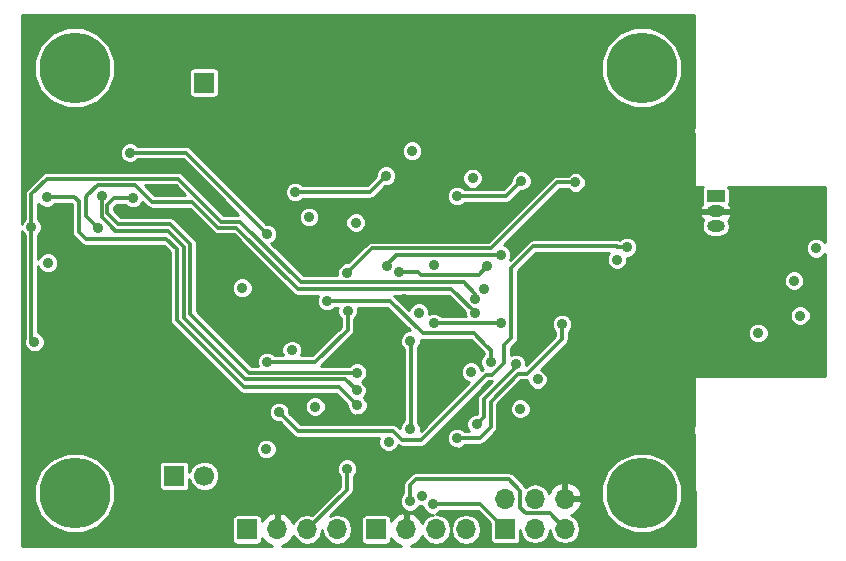
<source format=gbr>
G04 #@! TF.FileFunction,Copper,L2,Inr,Plane*
%FSLAX46Y46*%
G04 Gerber Fmt 4.6, Leading zero omitted, Abs format (unit mm)*
G04 Created by KiCad (PCBNEW 4.0.4-stable) date 02/07/17 14:21:35*
%MOMM*%
%LPD*%
G01*
G04 APERTURE LIST*
%ADD10C,0.100000*%
%ADD11C,6.000000*%
%ADD12C,1.700000*%
%ADD13R,1.700000X1.700000*%
%ADD14O,1.700000X1.700000*%
%ADD15O,1.501140X1.000000*%
%ADD16R,1.501140X1.000000*%
%ADD17C,0.900000*%
%ADD18C,0.300000*%
%ADD19C,0.254000*%
G04 APERTURE END LIST*
D10*
D11*
X91945000Y-102245000D03*
X91945000Y-66245000D03*
D12*
X102890000Y-100790000D03*
D13*
X100350000Y-100790000D03*
D12*
X100350000Y-67500000D03*
D13*
X102890000Y-67500000D03*
X106540000Y-105330000D03*
D14*
X109080000Y-105330000D03*
X111620000Y-105330000D03*
X114160000Y-105330000D03*
D11*
X139950000Y-102245000D03*
X139950000Y-66245000D03*
D13*
X128360000Y-105280000D03*
D14*
X128360000Y-102740000D03*
X130900000Y-105280000D03*
X130900000Y-102740000D03*
X133440000Y-105280000D03*
X133440000Y-102740000D03*
D13*
X117460000Y-105330000D03*
D14*
X120000000Y-105330000D03*
X122540000Y-105330000D03*
X125080000Y-105330000D03*
D15*
X146210000Y-78400000D03*
X146210000Y-79670000D03*
D16*
X146210000Y-77130000D03*
D17*
X119600000Y-91440000D03*
X119800000Y-85820000D03*
X121640000Y-91740000D03*
X120495000Y-67655000D03*
X123220000Y-64920000D03*
X89800000Y-96480000D03*
X91280000Y-93740000D03*
X88150000Y-93910000D03*
X89690000Y-91200000D03*
X121310000Y-96240000D03*
X128340000Y-74370000D03*
X107515000Y-83355000D03*
X115910000Y-96010000D03*
X98785000Y-76585000D03*
X96525000Y-74745000D03*
X98795000Y-72415000D03*
X105555000Y-98835000D03*
X116105000Y-74935000D03*
X132385000Y-93905000D03*
X142205000Y-82475000D03*
X139365000Y-82575000D03*
X135695000Y-89815000D03*
X131585000Y-87725000D03*
X96865000Y-78475000D03*
X125485000Y-74285000D03*
X115385000Y-67875000D03*
X110765000Y-95385000D03*
X113125000Y-88825000D03*
X111765000Y-85975000D03*
X110175000Y-79795000D03*
X113345000Y-77945000D03*
X114115000Y-73615000D03*
X111645000Y-75555000D03*
X111655000Y-74495000D03*
X111875000Y-72205000D03*
X102657500Y-80857500D03*
X103745000Y-80845000D03*
X98985000Y-82085000D03*
X103832500Y-82032500D03*
X102657500Y-82032500D03*
X126150000Y-68010000D03*
X129390000Y-64920000D03*
X132590000Y-67890000D03*
X135640000Y-64850000D03*
X125500000Y-91980000D03*
X153360000Y-87220000D03*
X149810000Y-88690000D03*
X89680000Y-82750000D03*
X121310000Y-102460000D03*
X125620000Y-75590000D03*
X118510000Y-97900000D03*
X108160000Y-98530000D03*
X126580000Y-84960000D03*
X115725000Y-79345000D03*
X111765000Y-78885000D03*
X121095000Y-86985000D03*
X137855000Y-82475000D03*
X131125000Y-92625000D03*
X129665000Y-95105000D03*
X110315000Y-90165000D03*
X112305000Y-94925000D03*
X120495000Y-73275000D03*
X110615000Y-76755000D03*
X118295000Y-75385000D03*
X96850000Y-77270000D03*
X115835000Y-92045000D03*
X115865000Y-94825000D03*
X89570000Y-77220000D03*
X94210000Y-77100000D03*
X115805000Y-93555000D03*
X120350000Y-89340000D03*
X120340000Y-96820000D03*
X124300000Y-77100000D03*
X129760000Y-75800000D03*
X125840000Y-85840000D03*
X88530000Y-89440000D03*
X88270000Y-79740000D03*
X125860000Y-87010000D03*
X93870000Y-79770000D03*
X96610000Y-73430000D03*
X108225000Y-80315000D03*
X114990000Y-100180000D03*
X119415000Y-83525000D03*
X126885000Y-83005000D03*
X128000000Y-87870000D03*
X118380000Y-82990000D03*
X128035000Y-82095000D03*
X122370000Y-87880000D03*
X122365000Y-82905000D03*
X129300000Y-91320000D03*
X125965000Y-96395000D03*
X154720000Y-81520000D03*
X152850000Y-84260000D03*
X134335000Y-75955000D03*
X108235000Y-91155000D03*
X115040000Y-86810000D03*
X115030000Y-83580000D03*
X133195000Y-87955000D03*
X124310000Y-97600000D03*
X106115000Y-84875000D03*
X113315000Y-85995000D03*
X127145000Y-91175000D03*
X120320000Y-102950000D03*
X122240000Y-103210000D03*
X138690000Y-81430000D03*
X109240000Y-95380000D03*
D18*
X116925000Y-76755000D02*
X118295000Y-75385000D01*
X110615000Y-76755000D02*
X116925000Y-76755000D01*
X101730000Y-81290000D02*
X101730000Y-81170000D01*
X95270000Y-77270000D02*
X96850000Y-77270000D01*
X94710002Y-77829998D02*
X95270000Y-77270000D01*
X94710002Y-78550002D02*
X94710002Y-77829998D01*
X95620000Y-79460000D02*
X94710002Y-78550002D01*
X100020000Y-79460000D02*
X95620000Y-79460000D01*
X101730000Y-81170000D02*
X100020000Y-79460000D01*
X115835000Y-92045000D02*
X106705000Y-92045000D01*
X101730000Y-87070000D02*
X101730000Y-81290000D01*
X106705000Y-92045000D02*
X101730000Y-87070000D01*
X99710000Y-80750000D02*
X100560000Y-81600000D01*
X115865000Y-94825000D02*
X114300000Y-93260000D01*
X114300000Y-93260000D02*
X106230000Y-93260000D01*
X106230000Y-93260000D02*
X100560000Y-87590000D01*
X100560000Y-87590000D02*
X100560000Y-81600000D01*
X92860000Y-80750000D02*
X92700000Y-80590000D01*
X92280000Y-77540000D02*
X91900000Y-77160000D01*
X92280000Y-79400000D02*
X92280000Y-77540000D01*
X92280000Y-80170000D02*
X92280000Y-79400000D01*
X92700000Y-80590000D02*
X92280000Y-80170000D01*
X99710000Y-80750000D02*
X92860000Y-80750000D01*
X89630000Y-77160000D02*
X91900000Y-77160000D01*
X89570000Y-77220000D02*
X89630000Y-77160000D01*
X101170000Y-81580000D02*
X101170000Y-81430000D01*
X95390000Y-80060000D02*
X94970000Y-79640000D01*
X99800000Y-80060000D02*
X95390000Y-80060000D01*
X101170000Y-81430000D02*
X99800000Y-80060000D01*
X94210000Y-77300000D02*
X94210000Y-77100000D01*
X115805000Y-93555000D02*
X114840000Y-92590000D01*
X94210000Y-78880000D02*
X94210000Y-77300000D01*
X94970000Y-79640000D02*
X94210000Y-78880000D01*
X94210000Y-77300000D02*
X94210000Y-77250000D01*
X101170000Y-87390000D02*
X101170000Y-81580000D01*
X106370000Y-92590000D02*
X101170000Y-87390000D01*
X114840000Y-92590000D02*
X106370000Y-92590000D01*
X120420000Y-92100000D02*
X120420000Y-92710000D01*
X120350000Y-89340000D02*
X120420000Y-89410000D01*
X120420000Y-89410000D02*
X120420000Y-92100000D01*
X120420000Y-96740000D02*
X120420000Y-92710000D01*
X120340000Y-96820000D02*
X120420000Y-96740000D01*
X128460000Y-77100000D02*
X124300000Y-77100000D01*
X129760000Y-75800000D02*
X128460000Y-77100000D01*
X111695000Y-84405000D02*
X124875000Y-84405000D01*
X111075000Y-84405000D02*
X105965000Y-79295000D01*
X111695000Y-84405000D02*
X111075000Y-84405000D01*
X125840000Y-85370000D02*
X124875000Y-84405000D01*
X125840000Y-85840000D02*
X125840000Y-85370000D01*
X88270000Y-76930000D02*
X89570000Y-75630000D01*
X88270000Y-79740000D02*
X88270000Y-76930000D01*
X88270000Y-89180000D02*
X88270000Y-79740000D01*
X88530000Y-89440000D02*
X88270000Y-89180000D01*
X89570000Y-75630000D02*
X92010000Y-75630000D01*
X100715000Y-75630000D02*
X92010000Y-75630000D01*
X100715000Y-75630000D02*
X104360000Y-79275000D01*
X105945000Y-79275000D02*
X105955000Y-79285000D01*
X104295000Y-79275000D02*
X104360000Y-79275000D01*
X104360000Y-79275000D02*
X105945000Y-79275000D01*
X125730000Y-86880000D02*
X125730000Y-86870000D01*
X125860000Y-87010000D02*
X125730000Y-86880000D01*
X92890000Y-77160000D02*
X92890000Y-78790000D01*
X93000000Y-77050000D02*
X92890000Y-77160000D01*
X93870000Y-79770000D02*
X92890000Y-78790000D01*
X105630000Y-79780000D02*
X104060000Y-79780000D01*
X93919998Y-76130002D02*
X93000000Y-77050000D01*
X93000000Y-77050000D02*
X92960000Y-77090000D01*
X97030002Y-76130002D02*
X93919998Y-76130002D01*
X98520000Y-77620000D02*
X97030002Y-76130002D01*
X101900000Y-77620000D02*
X98520000Y-77620000D01*
X104060000Y-79780000D02*
X101900000Y-77620000D01*
X110825000Y-84975000D02*
X105630000Y-79780000D01*
X105630000Y-79780000D02*
X105625002Y-79775002D01*
X111045000Y-84975000D02*
X110825000Y-84975000D01*
X111285000Y-84975000D02*
X111045000Y-84975000D01*
X111045000Y-84975000D02*
X110845000Y-84975000D01*
X125785000Y-86925000D02*
X125730000Y-86870000D01*
X125730000Y-86870000D02*
X123835000Y-84975000D01*
X123835000Y-84975000D02*
X111285000Y-84975000D01*
X101340000Y-73430000D02*
X104865000Y-76955000D01*
X96610000Y-73430000D02*
X101340000Y-73430000D01*
X108225000Y-80315000D02*
X104865000Y-76955000D01*
X111620000Y-105330000D02*
X114990000Y-101960000D01*
X114990000Y-101960000D02*
X114990000Y-100180000D01*
X119415000Y-83525000D02*
X121005000Y-83525000D01*
X126135000Y-83755000D02*
X126885000Y-83005000D01*
X121235000Y-83755000D02*
X126135000Y-83755000D01*
X121005000Y-83525000D02*
X121235000Y-83755000D01*
X127215000Y-87875000D02*
X127995000Y-87875000D01*
X122800000Y-87875000D02*
X127215000Y-87875000D01*
X127995000Y-87875000D02*
X128000000Y-87870000D01*
X118390000Y-82890000D02*
X119185000Y-82095000D01*
X118380000Y-82890000D02*
X118390000Y-82890000D01*
X118380000Y-82990000D02*
X118380000Y-82890000D01*
X119175000Y-82095000D02*
X119185000Y-82095000D01*
X119185000Y-82095000D02*
X128035000Y-82095000D01*
X122370000Y-87880000D02*
X122795000Y-87880000D01*
X122800000Y-87875000D02*
X122795000Y-87880000D01*
X122800000Y-87875000D02*
X122795000Y-87875000D01*
X129300000Y-91550000D02*
X126570000Y-94280000D01*
X129300000Y-91320000D02*
X129300000Y-91550000D01*
X125965000Y-96395000D02*
X126570000Y-95790000D01*
X126570000Y-95790000D02*
X126570000Y-94280000D01*
X115030000Y-83580000D02*
X117070000Y-81540000D01*
X117070000Y-81540000D02*
X118570000Y-81540000D01*
X132785000Y-75955000D02*
X134335000Y-75955000D01*
X118570000Y-81540000D02*
X127200000Y-81540000D01*
X127200000Y-81540000D02*
X132785000Y-75955000D01*
X108235000Y-91155000D02*
X112305000Y-91155000D01*
X115035000Y-88425000D02*
X115035000Y-87695000D01*
X112305000Y-91155000D02*
X115035000Y-88425000D01*
X115035000Y-86815000D02*
X115035000Y-87695000D01*
X115040000Y-86810000D02*
X115035000Y-86815000D01*
X127150000Y-96675000D02*
X127150000Y-94500000D01*
X127150000Y-94500000D02*
X129510000Y-92140000D01*
X129510000Y-92140000D02*
X130240000Y-92140000D01*
X130240000Y-92140000D02*
X133195000Y-89185000D01*
X133195000Y-89185000D02*
X133195000Y-87955000D01*
X126320000Y-97505000D02*
X127150000Y-96675000D01*
X126225000Y-97600000D02*
X126320000Y-97505000D01*
X124310000Y-97600000D02*
X126225000Y-97600000D01*
X126800000Y-89780000D02*
X125760000Y-88740000D01*
X117665000Y-85995000D02*
X113315000Y-85995000D01*
X127145000Y-90125000D02*
X127145000Y-91175000D01*
X126800000Y-89780000D02*
X127145000Y-90125000D01*
X125660000Y-88740000D02*
X121390000Y-88740000D01*
X121390000Y-88740000D02*
X118645000Y-85995000D01*
X118645000Y-85995000D02*
X117665000Y-85995000D01*
X125760000Y-88740000D02*
X125660000Y-88740000D01*
X133440000Y-105280000D02*
X132140000Y-103980000D01*
X120320000Y-101570000D02*
X120320000Y-102950000D01*
X120810000Y-101080000D02*
X120320000Y-101570000D01*
X126890000Y-101080000D02*
X120810000Y-101080000D01*
X128690000Y-101080000D02*
X126890000Y-101080000D01*
X129660000Y-102050000D02*
X128690000Y-101080000D01*
X129660000Y-103490000D02*
X129660000Y-102050000D01*
X130150000Y-103980000D02*
X129660000Y-103490000D01*
X132140000Y-103980000D02*
X130150000Y-103980000D01*
X128360000Y-105280000D02*
X126290000Y-103210000D01*
X124580000Y-103210000D02*
X122240000Y-103210000D01*
X126290000Y-103210000D02*
X124580000Y-103210000D01*
X127120000Y-92225000D02*
X127275000Y-92225000D01*
X128300000Y-89720000D02*
X128900000Y-89120000D01*
X128300000Y-91200000D02*
X128300000Y-89720000D01*
X127275000Y-92225000D02*
X128300000Y-91200000D01*
X127120000Y-92225000D02*
X126795000Y-92225000D01*
X126795000Y-92225000D02*
X121280000Y-97740000D01*
X137800000Y-81350000D02*
X137880000Y-81430000D01*
X137880000Y-81430000D02*
X138690000Y-81430000D01*
X128900000Y-89120000D02*
X128900000Y-83220000D01*
X119670000Y-97740000D02*
X121280000Y-97740000D01*
X118920000Y-96990000D02*
X119670000Y-97740000D01*
X110850000Y-96990000D02*
X118920000Y-96990000D01*
X109240000Y-95380000D02*
X110850000Y-96990000D01*
X130770000Y-81350000D02*
X137800000Y-81350000D01*
X137800000Y-81350000D02*
X137850000Y-81350000D01*
X128900000Y-83220000D02*
X130770000Y-81350000D01*
D19*
G36*
X144355338Y-71284904D02*
X144293118Y-71434746D01*
X144292883Y-71704073D01*
X144355646Y-71855972D01*
X144358000Y-76215069D01*
X144368033Y-76264473D01*
X144396496Y-76306082D01*
X144438905Y-76333339D01*
X144485478Y-76341999D01*
X145141101Y-76339532D01*
X145058366Y-76460619D01*
X145024065Y-76630000D01*
X145024065Y-77630000D01*
X145044024Y-77736072D01*
X144877947Y-78013277D01*
X144865311Y-78098126D01*
X144991476Y-78273000D01*
X146083000Y-78273000D01*
X146083000Y-78253000D01*
X146337000Y-78253000D01*
X146337000Y-78273000D01*
X147428524Y-78273000D01*
X147554689Y-78098126D01*
X147542053Y-78013277D01*
X147374839Y-77734173D01*
X147395935Y-77630000D01*
X147395935Y-76630000D01*
X147366161Y-76471763D01*
X147275902Y-76331497D01*
X155443000Y-76300761D01*
X155443000Y-81002914D01*
X155217429Y-80776949D01*
X154895211Y-80643153D01*
X154546319Y-80642849D01*
X154223869Y-80776082D01*
X153976949Y-81022571D01*
X153843153Y-81344789D01*
X153842849Y-81693681D01*
X153976082Y-82016131D01*
X154222571Y-82263051D01*
X154544789Y-82396847D01*
X154893681Y-82397151D01*
X155216131Y-82263918D01*
X155443000Y-82037445D01*
X155443000Y-92369723D01*
X144535136Y-92358000D01*
X144485716Y-92367953D01*
X144444061Y-92396349D01*
X144416735Y-92438714D01*
X144408000Y-92485063D01*
X144409989Y-96492482D01*
X144376402Y-96526010D01*
X144273118Y-96774746D01*
X144272883Y-97044073D01*
X144375733Y-97292989D01*
X144410403Y-97327720D01*
X144415076Y-106743000D01*
X120425641Y-106743000D01*
X120766924Y-106601645D01*
X121195183Y-106211358D01*
X121364691Y-105850417D01*
X121637025Y-106257993D01*
X122051313Y-106534812D01*
X122540000Y-106632018D01*
X123028687Y-106534812D01*
X123442975Y-106257993D01*
X123719794Y-105843705D01*
X123810000Y-105390209D01*
X123900206Y-105843705D01*
X124177025Y-106257993D01*
X124591313Y-106534812D01*
X125080000Y-106632018D01*
X125568687Y-106534812D01*
X125982975Y-106257993D01*
X126259794Y-105843705D01*
X126357000Y-105355018D01*
X126357000Y-105304982D01*
X126259794Y-104816295D01*
X125982975Y-104402007D01*
X125568687Y-104125188D01*
X125080000Y-104027982D01*
X124591313Y-104125188D01*
X124177025Y-104402007D01*
X123900206Y-104816295D01*
X123810000Y-105269791D01*
X123719794Y-104816295D01*
X123442975Y-104402007D01*
X123028687Y-104125188D01*
X122551396Y-104030249D01*
X122736131Y-103953918D01*
X122903341Y-103787000D01*
X126050998Y-103787000D01*
X127074635Y-104810637D01*
X127074635Y-106130000D01*
X127104409Y-106288237D01*
X127197927Y-106433567D01*
X127340619Y-106531064D01*
X127510000Y-106565365D01*
X129210000Y-106565365D01*
X129368237Y-106535591D01*
X129513567Y-106442073D01*
X129611064Y-106299381D01*
X129645365Y-106130000D01*
X129645365Y-105417454D01*
X129720206Y-105793705D01*
X129997025Y-106207993D01*
X130411313Y-106484812D01*
X130900000Y-106582018D01*
X131388687Y-106484812D01*
X131802975Y-106207993D01*
X132079794Y-105793705D01*
X132170000Y-105340209D01*
X132260206Y-105793705D01*
X132537025Y-106207993D01*
X132951313Y-106484812D01*
X133440000Y-106582018D01*
X133928687Y-106484812D01*
X134342975Y-106207993D01*
X134619794Y-105793705D01*
X134717000Y-105305018D01*
X134717000Y-105254982D01*
X134619794Y-104766295D01*
X134342975Y-104352007D01*
X133976452Y-104107104D01*
X134206924Y-104011645D01*
X134635183Y-103621358D01*
X134881486Y-103096892D01*
X134790571Y-102923682D01*
X136522406Y-102923682D01*
X137043037Y-104183704D01*
X138006226Y-105148575D01*
X139265337Y-105671404D01*
X140628682Y-105672594D01*
X141888704Y-105151963D01*
X142853575Y-104188774D01*
X143376404Y-102929663D01*
X143377594Y-101566318D01*
X142856963Y-100306296D01*
X141893774Y-99341425D01*
X140634663Y-98818596D01*
X139271318Y-98817406D01*
X138011296Y-99338037D01*
X137046425Y-100301226D01*
X136523596Y-101560337D01*
X136522406Y-102923682D01*
X134790571Y-102923682D01*
X134760819Y-102867000D01*
X133567000Y-102867000D01*
X133567000Y-102887000D01*
X133313000Y-102887000D01*
X133313000Y-102867000D01*
X133293000Y-102867000D01*
X133293000Y-102613000D01*
X133313000Y-102613000D01*
X133313000Y-101419845D01*
X133567000Y-101419845D01*
X133567000Y-102613000D01*
X134760819Y-102613000D01*
X134881486Y-102383108D01*
X134635183Y-101858642D01*
X134206924Y-101468355D01*
X133796890Y-101298524D01*
X133567000Y-101419845D01*
X133313000Y-101419845D01*
X133083110Y-101298524D01*
X132673076Y-101468355D01*
X132244817Y-101858642D01*
X132075309Y-102219583D01*
X131802975Y-101812007D01*
X131388687Y-101535188D01*
X130900000Y-101437982D01*
X130411313Y-101535188D01*
X130124627Y-101726746D01*
X130068001Y-101641999D01*
X129098001Y-100671999D01*
X128910808Y-100546922D01*
X128690000Y-100502999D01*
X128689995Y-100503000D01*
X120810005Y-100503000D01*
X120810000Y-100502999D01*
X120589192Y-100546922D01*
X120401999Y-100671999D01*
X120401997Y-100672002D01*
X119911999Y-101161999D01*
X119786922Y-101349192D01*
X119742999Y-101570000D01*
X119743000Y-101570005D01*
X119743000Y-102286810D01*
X119576949Y-102452571D01*
X119443153Y-102774789D01*
X119442849Y-103123681D01*
X119576082Y-103446131D01*
X119822571Y-103693051D01*
X120144789Y-103826847D01*
X120493681Y-103827151D01*
X120816131Y-103693918D01*
X121063051Y-103447429D01*
X121112766Y-103327702D01*
X121134789Y-103336847D01*
X121362890Y-103337046D01*
X121362849Y-103383681D01*
X121496082Y-103706131D01*
X121742571Y-103953051D01*
X122064789Y-104086847D01*
X122243284Y-104087003D01*
X122051313Y-104125188D01*
X121637025Y-104402007D01*
X121364691Y-104809583D01*
X121195183Y-104448642D01*
X120766924Y-104058355D01*
X120356890Y-103888524D01*
X120127000Y-104009845D01*
X120127000Y-105203000D01*
X120147000Y-105203000D01*
X120147000Y-105457000D01*
X120127000Y-105457000D01*
X120127000Y-105477000D01*
X119873000Y-105477000D01*
X119873000Y-105457000D01*
X119853000Y-105457000D01*
X119853000Y-105203000D01*
X119873000Y-105203000D01*
X119873000Y-104009845D01*
X119643110Y-103888524D01*
X119233076Y-104058355D01*
X118804817Y-104448642D01*
X118745365Y-104575236D01*
X118745365Y-104480000D01*
X118715591Y-104321763D01*
X118622073Y-104176433D01*
X118479381Y-104078936D01*
X118310000Y-104044635D01*
X116610000Y-104044635D01*
X116451763Y-104074409D01*
X116306433Y-104167927D01*
X116208936Y-104310619D01*
X116174635Y-104480000D01*
X116174635Y-106180000D01*
X116204409Y-106338237D01*
X116297927Y-106483567D01*
X116440619Y-106581064D01*
X116610000Y-106615365D01*
X118310000Y-106615365D01*
X118468237Y-106585591D01*
X118613567Y-106492073D01*
X118711064Y-106349381D01*
X118745365Y-106180000D01*
X118745365Y-106084764D01*
X118804817Y-106211358D01*
X119233076Y-106601645D01*
X119574359Y-106743000D01*
X109505641Y-106743000D01*
X109846924Y-106601645D01*
X110275183Y-106211358D01*
X110444691Y-105850417D01*
X110717025Y-106257993D01*
X111131313Y-106534812D01*
X111620000Y-106632018D01*
X112108687Y-106534812D01*
X112522975Y-106257993D01*
X112799794Y-105843705D01*
X112890000Y-105390209D01*
X112980206Y-105843705D01*
X113257025Y-106257993D01*
X113671313Y-106534812D01*
X114160000Y-106632018D01*
X114648687Y-106534812D01*
X115062975Y-106257993D01*
X115339794Y-105843705D01*
X115437000Y-105355018D01*
X115437000Y-105304982D01*
X115339794Y-104816295D01*
X115062975Y-104402007D01*
X114648687Y-104125188D01*
X114160000Y-104027982D01*
X113671313Y-104125188D01*
X113579397Y-104186604D01*
X115397998Y-102368003D01*
X115398001Y-102368001D01*
X115523078Y-102180808D01*
X115538540Y-102103078D01*
X115567001Y-101960000D01*
X115567000Y-101959995D01*
X115567000Y-100843190D01*
X115733051Y-100677429D01*
X115866847Y-100355211D01*
X115867151Y-100006319D01*
X115733918Y-99683869D01*
X115487429Y-99436949D01*
X115165211Y-99303153D01*
X114816319Y-99302849D01*
X114493869Y-99436082D01*
X114246949Y-99682571D01*
X114113153Y-100004789D01*
X114112849Y-100353681D01*
X114246082Y-100676131D01*
X114413000Y-100843341D01*
X114413000Y-101720999D01*
X112025381Y-104108617D01*
X111620000Y-104027982D01*
X111131313Y-104125188D01*
X110717025Y-104402007D01*
X110444691Y-104809583D01*
X110275183Y-104448642D01*
X109846924Y-104058355D01*
X109436890Y-103888524D01*
X109207000Y-104009845D01*
X109207000Y-105203000D01*
X109227000Y-105203000D01*
X109227000Y-105457000D01*
X109207000Y-105457000D01*
X109207000Y-105477000D01*
X108953000Y-105477000D01*
X108953000Y-105457000D01*
X108933000Y-105457000D01*
X108933000Y-105203000D01*
X108953000Y-105203000D01*
X108953000Y-104009845D01*
X108723110Y-103888524D01*
X108313076Y-104058355D01*
X107884817Y-104448642D01*
X107825365Y-104575236D01*
X107825365Y-104480000D01*
X107795591Y-104321763D01*
X107702073Y-104176433D01*
X107559381Y-104078936D01*
X107390000Y-104044635D01*
X105690000Y-104044635D01*
X105531763Y-104074409D01*
X105386433Y-104167927D01*
X105288936Y-104310619D01*
X105254635Y-104480000D01*
X105254635Y-106180000D01*
X105284409Y-106338237D01*
X105377927Y-106483567D01*
X105520619Y-106581064D01*
X105690000Y-106615365D01*
X107390000Y-106615365D01*
X107548237Y-106585591D01*
X107693567Y-106492073D01*
X107791064Y-106349381D01*
X107825365Y-106180000D01*
X107825365Y-106084764D01*
X107884817Y-106211358D01*
X108313076Y-106601645D01*
X108654359Y-106743000D01*
X87447000Y-106743000D01*
X87447000Y-102923682D01*
X88517406Y-102923682D01*
X89038037Y-104183704D01*
X90001226Y-105148575D01*
X91260337Y-105671404D01*
X92623682Y-105672594D01*
X93883704Y-105151963D01*
X94848575Y-104188774D01*
X95371404Y-102929663D01*
X95372594Y-101566318D01*
X94851963Y-100306296D01*
X94486306Y-99940000D01*
X99064635Y-99940000D01*
X99064635Y-101640000D01*
X99094409Y-101798237D01*
X99187927Y-101943567D01*
X99330619Y-102041064D01*
X99500000Y-102075365D01*
X101200000Y-102075365D01*
X101358237Y-102045591D01*
X101503567Y-101952073D01*
X101601064Y-101809381D01*
X101635365Y-101640000D01*
X101635365Y-101097559D01*
X101806781Y-101512417D01*
X102165693Y-101871957D01*
X102634875Y-102066778D01*
X103142897Y-102067221D01*
X103612417Y-101873219D01*
X103971957Y-101514307D01*
X104166778Y-101045125D01*
X104167221Y-100537103D01*
X103973219Y-100067583D01*
X103614307Y-99708043D01*
X103145125Y-99513222D01*
X102637103Y-99512779D01*
X102167583Y-99706781D01*
X101808043Y-100065693D01*
X101635365Y-100481549D01*
X101635365Y-99940000D01*
X101605591Y-99781763D01*
X101512073Y-99636433D01*
X101369381Y-99538936D01*
X101200000Y-99504635D01*
X99500000Y-99504635D01*
X99341763Y-99534409D01*
X99196433Y-99627927D01*
X99098936Y-99770619D01*
X99064635Y-99940000D01*
X94486306Y-99940000D01*
X93888774Y-99341425D01*
X92629663Y-98818596D01*
X91266318Y-98817406D01*
X90006296Y-99338037D01*
X89041425Y-100301226D01*
X88518596Y-101560337D01*
X88517406Y-102923682D01*
X87447000Y-102923682D01*
X87447000Y-98703681D01*
X107282849Y-98703681D01*
X107416082Y-99026131D01*
X107662571Y-99273051D01*
X107984789Y-99406847D01*
X108333681Y-99407151D01*
X108656131Y-99273918D01*
X108903051Y-99027429D01*
X109036847Y-98705211D01*
X109037151Y-98356319D01*
X108903918Y-98033869D01*
X108657429Y-97786949D01*
X108335211Y-97653153D01*
X107986319Y-97652849D01*
X107663869Y-97786082D01*
X107416949Y-98032571D01*
X107283153Y-98354789D01*
X107282849Y-98703681D01*
X87447000Y-98703681D01*
X87447000Y-80044737D01*
X87526082Y-80236131D01*
X87693000Y-80403341D01*
X87693000Y-89168826D01*
X87653153Y-89264789D01*
X87652849Y-89613681D01*
X87786082Y-89936131D01*
X88032571Y-90183051D01*
X88354789Y-90316847D01*
X88703681Y-90317151D01*
X89026131Y-90183918D01*
X89273051Y-89937429D01*
X89406847Y-89615211D01*
X89407151Y-89266319D01*
X89273918Y-88943869D01*
X89027429Y-88696949D01*
X88847000Y-88622029D01*
X88847000Y-83030535D01*
X88936082Y-83246131D01*
X89182571Y-83493051D01*
X89504789Y-83626847D01*
X89853681Y-83627151D01*
X90176131Y-83493918D01*
X90423051Y-83247429D01*
X90556847Y-82925211D01*
X90557151Y-82576319D01*
X90423918Y-82253869D01*
X90177429Y-82006949D01*
X89855211Y-81873153D01*
X89506319Y-81872849D01*
X89183869Y-82006082D01*
X88936949Y-82252571D01*
X88847000Y-82469193D01*
X88847000Y-80403190D01*
X89013051Y-80237429D01*
X89146847Y-79915211D01*
X89147151Y-79566319D01*
X89013918Y-79243869D01*
X88847000Y-79076659D01*
X88847000Y-77737086D01*
X89072571Y-77963051D01*
X89394789Y-78096847D01*
X89743681Y-78097151D01*
X90066131Y-77963918D01*
X90293446Y-77737000D01*
X91660998Y-77737000D01*
X91703000Y-77779002D01*
X91703000Y-80169995D01*
X91702999Y-80170000D01*
X91746922Y-80390808D01*
X91871999Y-80578001D01*
X92291997Y-80997998D01*
X92291999Y-80998001D01*
X92451997Y-81157998D01*
X92451999Y-81158001D01*
X92639192Y-81283078D01*
X92860000Y-81327000D01*
X99470998Y-81327000D01*
X99983000Y-81839001D01*
X99983000Y-87589995D01*
X99982999Y-87590000D01*
X100026922Y-87810808D01*
X100151999Y-87998001D01*
X105821999Y-93668001D01*
X106009192Y-93793078D01*
X106230000Y-93837001D01*
X106230005Y-93837000D01*
X114060998Y-93837000D01*
X114988053Y-94764055D01*
X114987849Y-94998681D01*
X115121082Y-95321131D01*
X115367571Y-95568051D01*
X115689789Y-95701847D01*
X116038681Y-95702151D01*
X116361131Y-95568918D01*
X116608051Y-95322429D01*
X116741847Y-95000211D01*
X116742151Y-94651319D01*
X116608918Y-94328869D01*
X116440318Y-94159974D01*
X116548051Y-94052429D01*
X116681847Y-93730211D01*
X116682151Y-93381319D01*
X116548918Y-93058869D01*
X116302429Y-92811949D01*
X116288944Y-92806349D01*
X116331131Y-92788918D01*
X116578051Y-92542429D01*
X116711847Y-92220211D01*
X116712151Y-91871319D01*
X116578918Y-91548869D01*
X116332429Y-91301949D01*
X116010211Y-91168153D01*
X115661319Y-91167849D01*
X115338869Y-91301082D01*
X115171659Y-91468000D01*
X112808002Y-91468000D01*
X115443001Y-88833001D01*
X115568078Y-88645808D01*
X115612001Y-88425000D01*
X115612000Y-88424995D01*
X115612000Y-87478181D01*
X115783051Y-87307429D01*
X115916847Y-86985211D01*
X115917151Y-86636319D01*
X115890575Y-86572000D01*
X118405998Y-86572000D01*
X120296953Y-88462954D01*
X120176319Y-88462849D01*
X119853869Y-88596082D01*
X119606949Y-88842571D01*
X119473153Y-89164789D01*
X119472849Y-89513681D01*
X119606082Y-89836131D01*
X119843000Y-90073463D01*
X119843000Y-96076949D01*
X119596949Y-96322571D01*
X119463153Y-96644789D01*
X119463090Y-96717088D01*
X119328001Y-96581999D01*
X119140808Y-96456922D01*
X118920000Y-96412999D01*
X118919995Y-96413000D01*
X111089001Y-96413000D01*
X110116947Y-95440945D01*
X110117151Y-95206319D01*
X110072677Y-95098681D01*
X111427849Y-95098681D01*
X111561082Y-95421131D01*
X111807571Y-95668051D01*
X112129789Y-95801847D01*
X112478681Y-95802151D01*
X112801131Y-95668918D01*
X113048051Y-95422429D01*
X113181847Y-95100211D01*
X113182151Y-94751319D01*
X113048918Y-94428869D01*
X112802429Y-94181949D01*
X112480211Y-94048153D01*
X112131319Y-94047849D01*
X111808869Y-94181082D01*
X111561949Y-94427571D01*
X111428153Y-94749789D01*
X111427849Y-95098681D01*
X110072677Y-95098681D01*
X109983918Y-94883869D01*
X109737429Y-94636949D01*
X109415211Y-94503153D01*
X109066319Y-94502849D01*
X108743869Y-94636082D01*
X108496949Y-94882571D01*
X108363153Y-95204789D01*
X108362849Y-95553681D01*
X108496082Y-95876131D01*
X108742571Y-96123051D01*
X109064789Y-96256847D01*
X109301051Y-96257053D01*
X110441997Y-97397998D01*
X110441999Y-97398001D01*
X110571107Y-97484267D01*
X110629192Y-97523078D01*
X110850000Y-97567001D01*
X110850005Y-97567000D01*
X117698672Y-97567000D01*
X117633153Y-97724789D01*
X117632849Y-98073681D01*
X117766082Y-98396131D01*
X118012571Y-98643051D01*
X118334789Y-98776847D01*
X118683681Y-98777151D01*
X119006131Y-98643918D01*
X119253051Y-98397429D01*
X119336071Y-98197494D01*
X119449192Y-98273078D01*
X119670000Y-98317000D01*
X121279995Y-98317000D01*
X121280000Y-98317001D01*
X121500808Y-98273078D01*
X121688001Y-98148001D01*
X127034001Y-92802000D01*
X127231998Y-92802000D01*
X126161999Y-93871999D01*
X126036922Y-94059192D01*
X125992999Y-94280000D01*
X125993000Y-94280005D01*
X125993000Y-95518025D01*
X125791319Y-95517849D01*
X125468869Y-95651082D01*
X125221949Y-95897571D01*
X125088153Y-96219789D01*
X125087849Y-96568681D01*
X125221082Y-96891131D01*
X125352721Y-97023000D01*
X124973190Y-97023000D01*
X124807429Y-96856949D01*
X124485211Y-96723153D01*
X124136319Y-96722849D01*
X123813869Y-96856082D01*
X123566949Y-97102571D01*
X123433153Y-97424789D01*
X123432849Y-97773681D01*
X123566082Y-98096131D01*
X123812571Y-98343051D01*
X124134789Y-98476847D01*
X124483681Y-98477151D01*
X124806131Y-98343918D01*
X124973341Y-98177000D01*
X126224995Y-98177000D01*
X126225000Y-98177001D01*
X126445808Y-98133078D01*
X126633001Y-98008001D01*
X126727998Y-97913003D01*
X126728001Y-97913001D01*
X127557998Y-97083003D01*
X127558001Y-97083001D01*
X127683078Y-96895808D01*
X127727000Y-96675000D01*
X127727000Y-95278681D01*
X128787849Y-95278681D01*
X128921082Y-95601131D01*
X129167571Y-95848051D01*
X129489789Y-95981847D01*
X129838681Y-95982151D01*
X130161131Y-95848918D01*
X130408051Y-95602429D01*
X130541847Y-95280211D01*
X130542151Y-94931319D01*
X130408918Y-94608869D01*
X130162429Y-94361949D01*
X129840211Y-94228153D01*
X129491319Y-94227849D01*
X129168869Y-94361082D01*
X128921949Y-94607571D01*
X128788153Y-94929789D01*
X128787849Y-95278681D01*
X127727000Y-95278681D01*
X127727000Y-94739002D01*
X129749002Y-92717000D01*
X130239995Y-92717000D01*
X130240000Y-92717001D01*
X130247922Y-92715425D01*
X130247849Y-92798681D01*
X130381082Y-93121131D01*
X130627571Y-93368051D01*
X130949789Y-93501847D01*
X131298681Y-93502151D01*
X131621131Y-93368918D01*
X131868051Y-93122429D01*
X132001847Y-92800211D01*
X132002151Y-92451319D01*
X131868918Y-92128869D01*
X131622429Y-91881949D01*
X131404532Y-91791470D01*
X133603001Y-89593001D01*
X133728078Y-89405808D01*
X133772000Y-89185000D01*
X133772000Y-88863681D01*
X148932849Y-88863681D01*
X149066082Y-89186131D01*
X149312571Y-89433051D01*
X149634789Y-89566847D01*
X149983681Y-89567151D01*
X150306131Y-89433918D01*
X150553051Y-89187429D01*
X150686847Y-88865211D01*
X150687151Y-88516319D01*
X150553918Y-88193869D01*
X150307429Y-87946949D01*
X149985211Y-87813153D01*
X149636319Y-87812849D01*
X149313869Y-87946082D01*
X149066949Y-88192571D01*
X148933153Y-88514789D01*
X148932849Y-88863681D01*
X133772000Y-88863681D01*
X133772000Y-88618190D01*
X133938051Y-88452429D01*
X134071847Y-88130211D01*
X134072151Y-87781319D01*
X133938918Y-87458869D01*
X133873844Y-87393681D01*
X152482849Y-87393681D01*
X152616082Y-87716131D01*
X152862571Y-87963051D01*
X153184789Y-88096847D01*
X153533681Y-88097151D01*
X153856131Y-87963918D01*
X154103051Y-87717429D01*
X154236847Y-87395211D01*
X154237151Y-87046319D01*
X154103918Y-86723869D01*
X153857429Y-86476949D01*
X153535211Y-86343153D01*
X153186319Y-86342849D01*
X152863869Y-86476082D01*
X152616949Y-86722571D01*
X152483153Y-87044789D01*
X152482849Y-87393681D01*
X133873844Y-87393681D01*
X133692429Y-87211949D01*
X133370211Y-87078153D01*
X133021319Y-87077849D01*
X132698869Y-87211082D01*
X132451949Y-87457571D01*
X132318153Y-87779789D01*
X132317849Y-88128681D01*
X132451082Y-88451131D01*
X132618000Y-88618341D01*
X132618000Y-88945998D01*
X130176941Y-91387057D01*
X130177151Y-91146319D01*
X130043918Y-90823869D01*
X129797429Y-90576949D01*
X129475211Y-90443153D01*
X129126319Y-90442849D01*
X128877000Y-90545865D01*
X128877000Y-89959002D01*
X129308001Y-89528001D01*
X129433078Y-89340808D01*
X129477000Y-89120000D01*
X129477000Y-84433681D01*
X151972849Y-84433681D01*
X152106082Y-84756131D01*
X152352571Y-85003051D01*
X152674789Y-85136847D01*
X153023681Y-85137151D01*
X153346131Y-85003918D01*
X153593051Y-84757429D01*
X153726847Y-84435211D01*
X153727151Y-84086319D01*
X153593918Y-83763869D01*
X153347429Y-83516949D01*
X153025211Y-83383153D01*
X152676319Y-83382849D01*
X152353869Y-83516082D01*
X152106949Y-83762571D01*
X151973153Y-84084789D01*
X151972849Y-84433681D01*
X129477000Y-84433681D01*
X129477000Y-83459002D01*
X131009001Y-81927000D01*
X137162608Y-81927000D01*
X137111949Y-81977571D01*
X136978153Y-82299789D01*
X136977849Y-82648681D01*
X137111082Y-82971131D01*
X137357571Y-83218051D01*
X137679789Y-83351847D01*
X138028681Y-83352151D01*
X138351131Y-83218918D01*
X138598051Y-82972429D01*
X138731847Y-82650211D01*
X138732146Y-82307036D01*
X138863681Y-82307151D01*
X139186131Y-82173918D01*
X139433051Y-81927429D01*
X139566847Y-81605211D01*
X139567151Y-81256319D01*
X139433918Y-80933869D01*
X139187429Y-80686949D01*
X138865211Y-80553153D01*
X138516319Y-80552849D01*
X138193869Y-80686082D01*
X138064131Y-80815594D01*
X137850000Y-80773000D01*
X137800005Y-80773000D01*
X137800000Y-80772999D01*
X137799995Y-80773000D01*
X130770000Y-80773000D01*
X130549192Y-80816922D01*
X130361999Y-80941999D01*
X130361997Y-80942002D01*
X128825259Y-82478739D01*
X128911847Y-82270211D01*
X128912151Y-81921319D01*
X128778918Y-81598869D01*
X128532429Y-81351949D01*
X128300400Y-81255602D01*
X130854127Y-78701874D01*
X144865311Y-78701874D01*
X144877947Y-78786723D01*
X145108262Y-79171151D01*
X145153689Y-79204855D01*
X145079924Y-79315252D01*
X145009360Y-79670000D01*
X145079924Y-80024748D01*
X145280872Y-80325488D01*
X145581612Y-80526436D01*
X145936360Y-80597000D01*
X146483640Y-80597000D01*
X146838388Y-80526436D01*
X147139128Y-80325488D01*
X147340076Y-80024748D01*
X147410640Y-79670000D01*
X147340076Y-79315252D01*
X147266311Y-79204855D01*
X147311738Y-79171151D01*
X147542053Y-78786723D01*
X147554689Y-78701874D01*
X147428524Y-78527000D01*
X146337000Y-78527000D01*
X146337000Y-78547000D01*
X146083000Y-78547000D01*
X146083000Y-78527000D01*
X144991476Y-78527000D01*
X144865311Y-78701874D01*
X130854127Y-78701874D01*
X133024001Y-76532000D01*
X133671810Y-76532000D01*
X133837571Y-76698051D01*
X134159789Y-76831847D01*
X134508681Y-76832151D01*
X134831131Y-76698918D01*
X135078051Y-76452429D01*
X135211847Y-76130211D01*
X135212151Y-75781319D01*
X135078918Y-75458869D01*
X134832429Y-75211949D01*
X134510211Y-75078153D01*
X134161319Y-75077849D01*
X133838869Y-75211082D01*
X133671659Y-75378000D01*
X132785005Y-75378000D01*
X132785000Y-75377999D01*
X132564192Y-75421922D01*
X132376999Y-75546999D01*
X132376997Y-75547002D01*
X126960998Y-80963000D01*
X117070005Y-80963000D01*
X117070000Y-80962999D01*
X116868909Y-81003000D01*
X116849192Y-81006922D01*
X116661999Y-81131999D01*
X116661997Y-81132002D01*
X115090945Y-82703053D01*
X114856319Y-82702849D01*
X114533869Y-82836082D01*
X114286949Y-83082571D01*
X114153153Y-83404789D01*
X114152849Y-83753681D01*
X114183557Y-83828000D01*
X111314001Y-83828000D01*
X108596440Y-81110439D01*
X108721131Y-81058918D01*
X108968051Y-80812429D01*
X109101847Y-80490211D01*
X109102151Y-80141319D01*
X108968918Y-79818869D01*
X108722429Y-79571949D01*
X108400211Y-79438153D01*
X108163948Y-79437947D01*
X107784683Y-79058681D01*
X110887849Y-79058681D01*
X111021082Y-79381131D01*
X111267571Y-79628051D01*
X111589789Y-79761847D01*
X111938681Y-79762151D01*
X112261131Y-79628918D01*
X112371560Y-79518681D01*
X114847849Y-79518681D01*
X114981082Y-79841131D01*
X115227571Y-80088051D01*
X115549789Y-80221847D01*
X115898681Y-80222151D01*
X116221131Y-80088918D01*
X116468051Y-79842429D01*
X116601847Y-79520211D01*
X116602151Y-79171319D01*
X116468918Y-78848869D01*
X116222429Y-78601949D01*
X115900211Y-78468153D01*
X115551319Y-78467849D01*
X115228869Y-78601082D01*
X114981949Y-78847571D01*
X114848153Y-79169789D01*
X114847849Y-79518681D01*
X112371560Y-79518681D01*
X112508051Y-79382429D01*
X112641847Y-79060211D01*
X112642151Y-78711319D01*
X112508918Y-78388869D01*
X112262429Y-78141949D01*
X111940211Y-78008153D01*
X111591319Y-78007849D01*
X111268869Y-78141082D01*
X111021949Y-78387571D01*
X110888153Y-78709789D01*
X110887849Y-79058681D01*
X107784683Y-79058681D01*
X105654683Y-76928681D01*
X109737849Y-76928681D01*
X109871082Y-77251131D01*
X110117571Y-77498051D01*
X110439789Y-77631847D01*
X110788681Y-77632151D01*
X111111131Y-77498918D01*
X111278341Y-77332000D01*
X116924995Y-77332000D01*
X116925000Y-77332001D01*
X117145808Y-77288078D01*
X117167354Y-77273681D01*
X123422849Y-77273681D01*
X123556082Y-77596131D01*
X123802571Y-77843051D01*
X124124789Y-77976847D01*
X124473681Y-77977151D01*
X124796131Y-77843918D01*
X124963341Y-77677000D01*
X128459995Y-77677000D01*
X128460000Y-77677001D01*
X128680808Y-77633078D01*
X128868001Y-77508001D01*
X129699055Y-76676947D01*
X129933681Y-76677151D01*
X130256131Y-76543918D01*
X130503051Y-76297429D01*
X130636847Y-75975211D01*
X130637151Y-75626319D01*
X130503918Y-75303869D01*
X130257429Y-75056949D01*
X129935211Y-74923153D01*
X129586319Y-74922849D01*
X129263869Y-75056082D01*
X129016949Y-75302571D01*
X128883153Y-75624789D01*
X128882947Y-75861052D01*
X128220998Y-76523000D01*
X124963190Y-76523000D01*
X124797429Y-76356949D01*
X124475211Y-76223153D01*
X124126319Y-76222849D01*
X123803869Y-76356082D01*
X123556949Y-76602571D01*
X123423153Y-76924789D01*
X123422849Y-77273681D01*
X117167354Y-77273681D01*
X117333001Y-77163001D01*
X118234055Y-76261947D01*
X118468681Y-76262151D01*
X118791131Y-76128918D01*
X119038051Y-75882429D01*
X119087359Y-75763681D01*
X124742849Y-75763681D01*
X124876082Y-76086131D01*
X125122571Y-76333051D01*
X125444789Y-76466847D01*
X125793681Y-76467151D01*
X126116131Y-76333918D01*
X126363051Y-76087429D01*
X126496847Y-75765211D01*
X126497151Y-75416319D01*
X126363918Y-75093869D01*
X126117429Y-74846949D01*
X125795211Y-74713153D01*
X125446319Y-74712849D01*
X125123869Y-74846082D01*
X124876949Y-75092571D01*
X124743153Y-75414789D01*
X124742849Y-75763681D01*
X119087359Y-75763681D01*
X119171847Y-75560211D01*
X119172151Y-75211319D01*
X119038918Y-74888869D01*
X118792429Y-74641949D01*
X118470211Y-74508153D01*
X118121319Y-74507849D01*
X117798869Y-74641082D01*
X117551949Y-74887571D01*
X117418153Y-75209789D01*
X117417947Y-75446052D01*
X116685998Y-76178000D01*
X111278190Y-76178000D01*
X111112429Y-76011949D01*
X110790211Y-75878153D01*
X110441319Y-75877849D01*
X110118869Y-76011082D01*
X109871949Y-76257571D01*
X109738153Y-76579789D01*
X109737849Y-76928681D01*
X105654683Y-76928681D01*
X105273001Y-76546999D01*
X105272998Y-76546997D01*
X102174683Y-73448681D01*
X119617849Y-73448681D01*
X119751082Y-73771131D01*
X119997571Y-74018051D01*
X120319789Y-74151847D01*
X120668681Y-74152151D01*
X120991131Y-74018918D01*
X121238051Y-73772429D01*
X121371847Y-73450211D01*
X121372151Y-73101319D01*
X121238918Y-72778869D01*
X120992429Y-72531949D01*
X120670211Y-72398153D01*
X120321319Y-72397849D01*
X119998869Y-72531082D01*
X119751949Y-72777571D01*
X119618153Y-73099789D01*
X119617849Y-73448681D01*
X102174683Y-73448681D01*
X101748001Y-73021999D01*
X101560808Y-72896922D01*
X101340000Y-72852999D01*
X101339995Y-72853000D01*
X97273190Y-72853000D01*
X97107429Y-72686949D01*
X96785211Y-72553153D01*
X96436319Y-72552849D01*
X96113869Y-72686082D01*
X95866949Y-72932571D01*
X95733153Y-73254789D01*
X95732849Y-73603681D01*
X95866082Y-73926131D01*
X96112571Y-74173051D01*
X96434789Y-74306847D01*
X96783681Y-74307151D01*
X97106131Y-74173918D01*
X97273341Y-74007000D01*
X101100998Y-74007000D01*
X104456997Y-77362998D01*
X104456999Y-77363001D01*
X105791998Y-78698000D01*
X104599001Y-78698000D01*
X101123001Y-75221999D01*
X100935808Y-75096922D01*
X100715000Y-75052999D01*
X100714995Y-75053000D01*
X89570005Y-75053000D01*
X89570000Y-75052999D01*
X89364540Y-75093869D01*
X89349192Y-75096922D01*
X89161999Y-75221999D01*
X89161997Y-75222002D01*
X87861999Y-76521999D01*
X87736922Y-76709192D01*
X87692999Y-76930000D01*
X87693000Y-76930005D01*
X87693000Y-79076810D01*
X87526949Y-79242571D01*
X87447000Y-79435110D01*
X87447000Y-66923682D01*
X88517406Y-66923682D01*
X89038037Y-68183704D01*
X90001226Y-69148575D01*
X91260337Y-69671404D01*
X92623682Y-69672594D01*
X93883704Y-69151963D01*
X94848575Y-68188774D01*
X95371404Y-66929663D01*
X95371648Y-66650000D01*
X101604635Y-66650000D01*
X101604635Y-68350000D01*
X101634409Y-68508237D01*
X101727927Y-68653567D01*
X101870619Y-68751064D01*
X102040000Y-68785365D01*
X103740000Y-68785365D01*
X103898237Y-68755591D01*
X104043567Y-68662073D01*
X104141064Y-68519381D01*
X104175365Y-68350000D01*
X104175365Y-66923682D01*
X136522406Y-66923682D01*
X137043037Y-68183704D01*
X138006226Y-69148575D01*
X139265337Y-69671404D01*
X140628682Y-69672594D01*
X141888704Y-69151963D01*
X142853575Y-68188774D01*
X143376404Y-66929663D01*
X143377594Y-65566318D01*
X142856963Y-64306296D01*
X141893774Y-63341425D01*
X140634663Y-62818596D01*
X139271318Y-62817406D01*
X138011296Y-63338037D01*
X137046425Y-64301226D01*
X136523596Y-65560337D01*
X136522406Y-66923682D01*
X104175365Y-66923682D01*
X104175365Y-66650000D01*
X104145591Y-66491763D01*
X104052073Y-66346433D01*
X103909381Y-66248936D01*
X103740000Y-66214635D01*
X102040000Y-66214635D01*
X101881763Y-66244409D01*
X101736433Y-66337927D01*
X101638936Y-66480619D01*
X101604635Y-66650000D01*
X95371648Y-66650000D01*
X95372594Y-65566318D01*
X94851963Y-64306296D01*
X93888774Y-63341425D01*
X92629663Y-62818596D01*
X91266318Y-62817406D01*
X90006296Y-63338037D01*
X89041425Y-64301226D01*
X88518596Y-65560337D01*
X88517406Y-66923682D01*
X87447000Y-66923682D01*
X87447000Y-61747000D01*
X144350188Y-61747000D01*
X144355338Y-71284904D01*
X144355338Y-71284904D01*
G37*
X144355338Y-71284904D02*
X144293118Y-71434746D01*
X144292883Y-71704073D01*
X144355646Y-71855972D01*
X144358000Y-76215069D01*
X144368033Y-76264473D01*
X144396496Y-76306082D01*
X144438905Y-76333339D01*
X144485478Y-76341999D01*
X145141101Y-76339532D01*
X145058366Y-76460619D01*
X145024065Y-76630000D01*
X145024065Y-77630000D01*
X145044024Y-77736072D01*
X144877947Y-78013277D01*
X144865311Y-78098126D01*
X144991476Y-78273000D01*
X146083000Y-78273000D01*
X146083000Y-78253000D01*
X146337000Y-78253000D01*
X146337000Y-78273000D01*
X147428524Y-78273000D01*
X147554689Y-78098126D01*
X147542053Y-78013277D01*
X147374839Y-77734173D01*
X147395935Y-77630000D01*
X147395935Y-76630000D01*
X147366161Y-76471763D01*
X147275902Y-76331497D01*
X155443000Y-76300761D01*
X155443000Y-81002914D01*
X155217429Y-80776949D01*
X154895211Y-80643153D01*
X154546319Y-80642849D01*
X154223869Y-80776082D01*
X153976949Y-81022571D01*
X153843153Y-81344789D01*
X153842849Y-81693681D01*
X153976082Y-82016131D01*
X154222571Y-82263051D01*
X154544789Y-82396847D01*
X154893681Y-82397151D01*
X155216131Y-82263918D01*
X155443000Y-82037445D01*
X155443000Y-92369723D01*
X144535136Y-92358000D01*
X144485716Y-92367953D01*
X144444061Y-92396349D01*
X144416735Y-92438714D01*
X144408000Y-92485063D01*
X144409989Y-96492482D01*
X144376402Y-96526010D01*
X144273118Y-96774746D01*
X144272883Y-97044073D01*
X144375733Y-97292989D01*
X144410403Y-97327720D01*
X144415076Y-106743000D01*
X120425641Y-106743000D01*
X120766924Y-106601645D01*
X121195183Y-106211358D01*
X121364691Y-105850417D01*
X121637025Y-106257993D01*
X122051313Y-106534812D01*
X122540000Y-106632018D01*
X123028687Y-106534812D01*
X123442975Y-106257993D01*
X123719794Y-105843705D01*
X123810000Y-105390209D01*
X123900206Y-105843705D01*
X124177025Y-106257993D01*
X124591313Y-106534812D01*
X125080000Y-106632018D01*
X125568687Y-106534812D01*
X125982975Y-106257993D01*
X126259794Y-105843705D01*
X126357000Y-105355018D01*
X126357000Y-105304982D01*
X126259794Y-104816295D01*
X125982975Y-104402007D01*
X125568687Y-104125188D01*
X125080000Y-104027982D01*
X124591313Y-104125188D01*
X124177025Y-104402007D01*
X123900206Y-104816295D01*
X123810000Y-105269791D01*
X123719794Y-104816295D01*
X123442975Y-104402007D01*
X123028687Y-104125188D01*
X122551396Y-104030249D01*
X122736131Y-103953918D01*
X122903341Y-103787000D01*
X126050998Y-103787000D01*
X127074635Y-104810637D01*
X127074635Y-106130000D01*
X127104409Y-106288237D01*
X127197927Y-106433567D01*
X127340619Y-106531064D01*
X127510000Y-106565365D01*
X129210000Y-106565365D01*
X129368237Y-106535591D01*
X129513567Y-106442073D01*
X129611064Y-106299381D01*
X129645365Y-106130000D01*
X129645365Y-105417454D01*
X129720206Y-105793705D01*
X129997025Y-106207993D01*
X130411313Y-106484812D01*
X130900000Y-106582018D01*
X131388687Y-106484812D01*
X131802975Y-106207993D01*
X132079794Y-105793705D01*
X132170000Y-105340209D01*
X132260206Y-105793705D01*
X132537025Y-106207993D01*
X132951313Y-106484812D01*
X133440000Y-106582018D01*
X133928687Y-106484812D01*
X134342975Y-106207993D01*
X134619794Y-105793705D01*
X134717000Y-105305018D01*
X134717000Y-105254982D01*
X134619794Y-104766295D01*
X134342975Y-104352007D01*
X133976452Y-104107104D01*
X134206924Y-104011645D01*
X134635183Y-103621358D01*
X134881486Y-103096892D01*
X134790571Y-102923682D01*
X136522406Y-102923682D01*
X137043037Y-104183704D01*
X138006226Y-105148575D01*
X139265337Y-105671404D01*
X140628682Y-105672594D01*
X141888704Y-105151963D01*
X142853575Y-104188774D01*
X143376404Y-102929663D01*
X143377594Y-101566318D01*
X142856963Y-100306296D01*
X141893774Y-99341425D01*
X140634663Y-98818596D01*
X139271318Y-98817406D01*
X138011296Y-99338037D01*
X137046425Y-100301226D01*
X136523596Y-101560337D01*
X136522406Y-102923682D01*
X134790571Y-102923682D01*
X134760819Y-102867000D01*
X133567000Y-102867000D01*
X133567000Y-102887000D01*
X133313000Y-102887000D01*
X133313000Y-102867000D01*
X133293000Y-102867000D01*
X133293000Y-102613000D01*
X133313000Y-102613000D01*
X133313000Y-101419845D01*
X133567000Y-101419845D01*
X133567000Y-102613000D01*
X134760819Y-102613000D01*
X134881486Y-102383108D01*
X134635183Y-101858642D01*
X134206924Y-101468355D01*
X133796890Y-101298524D01*
X133567000Y-101419845D01*
X133313000Y-101419845D01*
X133083110Y-101298524D01*
X132673076Y-101468355D01*
X132244817Y-101858642D01*
X132075309Y-102219583D01*
X131802975Y-101812007D01*
X131388687Y-101535188D01*
X130900000Y-101437982D01*
X130411313Y-101535188D01*
X130124627Y-101726746D01*
X130068001Y-101641999D01*
X129098001Y-100671999D01*
X128910808Y-100546922D01*
X128690000Y-100502999D01*
X128689995Y-100503000D01*
X120810005Y-100503000D01*
X120810000Y-100502999D01*
X120589192Y-100546922D01*
X120401999Y-100671999D01*
X120401997Y-100672002D01*
X119911999Y-101161999D01*
X119786922Y-101349192D01*
X119742999Y-101570000D01*
X119743000Y-101570005D01*
X119743000Y-102286810D01*
X119576949Y-102452571D01*
X119443153Y-102774789D01*
X119442849Y-103123681D01*
X119576082Y-103446131D01*
X119822571Y-103693051D01*
X120144789Y-103826847D01*
X120493681Y-103827151D01*
X120816131Y-103693918D01*
X121063051Y-103447429D01*
X121112766Y-103327702D01*
X121134789Y-103336847D01*
X121362890Y-103337046D01*
X121362849Y-103383681D01*
X121496082Y-103706131D01*
X121742571Y-103953051D01*
X122064789Y-104086847D01*
X122243284Y-104087003D01*
X122051313Y-104125188D01*
X121637025Y-104402007D01*
X121364691Y-104809583D01*
X121195183Y-104448642D01*
X120766924Y-104058355D01*
X120356890Y-103888524D01*
X120127000Y-104009845D01*
X120127000Y-105203000D01*
X120147000Y-105203000D01*
X120147000Y-105457000D01*
X120127000Y-105457000D01*
X120127000Y-105477000D01*
X119873000Y-105477000D01*
X119873000Y-105457000D01*
X119853000Y-105457000D01*
X119853000Y-105203000D01*
X119873000Y-105203000D01*
X119873000Y-104009845D01*
X119643110Y-103888524D01*
X119233076Y-104058355D01*
X118804817Y-104448642D01*
X118745365Y-104575236D01*
X118745365Y-104480000D01*
X118715591Y-104321763D01*
X118622073Y-104176433D01*
X118479381Y-104078936D01*
X118310000Y-104044635D01*
X116610000Y-104044635D01*
X116451763Y-104074409D01*
X116306433Y-104167927D01*
X116208936Y-104310619D01*
X116174635Y-104480000D01*
X116174635Y-106180000D01*
X116204409Y-106338237D01*
X116297927Y-106483567D01*
X116440619Y-106581064D01*
X116610000Y-106615365D01*
X118310000Y-106615365D01*
X118468237Y-106585591D01*
X118613567Y-106492073D01*
X118711064Y-106349381D01*
X118745365Y-106180000D01*
X118745365Y-106084764D01*
X118804817Y-106211358D01*
X119233076Y-106601645D01*
X119574359Y-106743000D01*
X109505641Y-106743000D01*
X109846924Y-106601645D01*
X110275183Y-106211358D01*
X110444691Y-105850417D01*
X110717025Y-106257993D01*
X111131313Y-106534812D01*
X111620000Y-106632018D01*
X112108687Y-106534812D01*
X112522975Y-106257993D01*
X112799794Y-105843705D01*
X112890000Y-105390209D01*
X112980206Y-105843705D01*
X113257025Y-106257993D01*
X113671313Y-106534812D01*
X114160000Y-106632018D01*
X114648687Y-106534812D01*
X115062975Y-106257993D01*
X115339794Y-105843705D01*
X115437000Y-105355018D01*
X115437000Y-105304982D01*
X115339794Y-104816295D01*
X115062975Y-104402007D01*
X114648687Y-104125188D01*
X114160000Y-104027982D01*
X113671313Y-104125188D01*
X113579397Y-104186604D01*
X115397998Y-102368003D01*
X115398001Y-102368001D01*
X115523078Y-102180808D01*
X115538540Y-102103078D01*
X115567001Y-101960000D01*
X115567000Y-101959995D01*
X115567000Y-100843190D01*
X115733051Y-100677429D01*
X115866847Y-100355211D01*
X115867151Y-100006319D01*
X115733918Y-99683869D01*
X115487429Y-99436949D01*
X115165211Y-99303153D01*
X114816319Y-99302849D01*
X114493869Y-99436082D01*
X114246949Y-99682571D01*
X114113153Y-100004789D01*
X114112849Y-100353681D01*
X114246082Y-100676131D01*
X114413000Y-100843341D01*
X114413000Y-101720999D01*
X112025381Y-104108617D01*
X111620000Y-104027982D01*
X111131313Y-104125188D01*
X110717025Y-104402007D01*
X110444691Y-104809583D01*
X110275183Y-104448642D01*
X109846924Y-104058355D01*
X109436890Y-103888524D01*
X109207000Y-104009845D01*
X109207000Y-105203000D01*
X109227000Y-105203000D01*
X109227000Y-105457000D01*
X109207000Y-105457000D01*
X109207000Y-105477000D01*
X108953000Y-105477000D01*
X108953000Y-105457000D01*
X108933000Y-105457000D01*
X108933000Y-105203000D01*
X108953000Y-105203000D01*
X108953000Y-104009845D01*
X108723110Y-103888524D01*
X108313076Y-104058355D01*
X107884817Y-104448642D01*
X107825365Y-104575236D01*
X107825365Y-104480000D01*
X107795591Y-104321763D01*
X107702073Y-104176433D01*
X107559381Y-104078936D01*
X107390000Y-104044635D01*
X105690000Y-104044635D01*
X105531763Y-104074409D01*
X105386433Y-104167927D01*
X105288936Y-104310619D01*
X105254635Y-104480000D01*
X105254635Y-106180000D01*
X105284409Y-106338237D01*
X105377927Y-106483567D01*
X105520619Y-106581064D01*
X105690000Y-106615365D01*
X107390000Y-106615365D01*
X107548237Y-106585591D01*
X107693567Y-106492073D01*
X107791064Y-106349381D01*
X107825365Y-106180000D01*
X107825365Y-106084764D01*
X107884817Y-106211358D01*
X108313076Y-106601645D01*
X108654359Y-106743000D01*
X87447000Y-106743000D01*
X87447000Y-102923682D01*
X88517406Y-102923682D01*
X89038037Y-104183704D01*
X90001226Y-105148575D01*
X91260337Y-105671404D01*
X92623682Y-105672594D01*
X93883704Y-105151963D01*
X94848575Y-104188774D01*
X95371404Y-102929663D01*
X95372594Y-101566318D01*
X94851963Y-100306296D01*
X94486306Y-99940000D01*
X99064635Y-99940000D01*
X99064635Y-101640000D01*
X99094409Y-101798237D01*
X99187927Y-101943567D01*
X99330619Y-102041064D01*
X99500000Y-102075365D01*
X101200000Y-102075365D01*
X101358237Y-102045591D01*
X101503567Y-101952073D01*
X101601064Y-101809381D01*
X101635365Y-101640000D01*
X101635365Y-101097559D01*
X101806781Y-101512417D01*
X102165693Y-101871957D01*
X102634875Y-102066778D01*
X103142897Y-102067221D01*
X103612417Y-101873219D01*
X103971957Y-101514307D01*
X104166778Y-101045125D01*
X104167221Y-100537103D01*
X103973219Y-100067583D01*
X103614307Y-99708043D01*
X103145125Y-99513222D01*
X102637103Y-99512779D01*
X102167583Y-99706781D01*
X101808043Y-100065693D01*
X101635365Y-100481549D01*
X101635365Y-99940000D01*
X101605591Y-99781763D01*
X101512073Y-99636433D01*
X101369381Y-99538936D01*
X101200000Y-99504635D01*
X99500000Y-99504635D01*
X99341763Y-99534409D01*
X99196433Y-99627927D01*
X99098936Y-99770619D01*
X99064635Y-99940000D01*
X94486306Y-99940000D01*
X93888774Y-99341425D01*
X92629663Y-98818596D01*
X91266318Y-98817406D01*
X90006296Y-99338037D01*
X89041425Y-100301226D01*
X88518596Y-101560337D01*
X88517406Y-102923682D01*
X87447000Y-102923682D01*
X87447000Y-98703681D01*
X107282849Y-98703681D01*
X107416082Y-99026131D01*
X107662571Y-99273051D01*
X107984789Y-99406847D01*
X108333681Y-99407151D01*
X108656131Y-99273918D01*
X108903051Y-99027429D01*
X109036847Y-98705211D01*
X109037151Y-98356319D01*
X108903918Y-98033869D01*
X108657429Y-97786949D01*
X108335211Y-97653153D01*
X107986319Y-97652849D01*
X107663869Y-97786082D01*
X107416949Y-98032571D01*
X107283153Y-98354789D01*
X107282849Y-98703681D01*
X87447000Y-98703681D01*
X87447000Y-80044737D01*
X87526082Y-80236131D01*
X87693000Y-80403341D01*
X87693000Y-89168826D01*
X87653153Y-89264789D01*
X87652849Y-89613681D01*
X87786082Y-89936131D01*
X88032571Y-90183051D01*
X88354789Y-90316847D01*
X88703681Y-90317151D01*
X89026131Y-90183918D01*
X89273051Y-89937429D01*
X89406847Y-89615211D01*
X89407151Y-89266319D01*
X89273918Y-88943869D01*
X89027429Y-88696949D01*
X88847000Y-88622029D01*
X88847000Y-83030535D01*
X88936082Y-83246131D01*
X89182571Y-83493051D01*
X89504789Y-83626847D01*
X89853681Y-83627151D01*
X90176131Y-83493918D01*
X90423051Y-83247429D01*
X90556847Y-82925211D01*
X90557151Y-82576319D01*
X90423918Y-82253869D01*
X90177429Y-82006949D01*
X89855211Y-81873153D01*
X89506319Y-81872849D01*
X89183869Y-82006082D01*
X88936949Y-82252571D01*
X88847000Y-82469193D01*
X88847000Y-80403190D01*
X89013051Y-80237429D01*
X89146847Y-79915211D01*
X89147151Y-79566319D01*
X89013918Y-79243869D01*
X88847000Y-79076659D01*
X88847000Y-77737086D01*
X89072571Y-77963051D01*
X89394789Y-78096847D01*
X89743681Y-78097151D01*
X90066131Y-77963918D01*
X90293446Y-77737000D01*
X91660998Y-77737000D01*
X91703000Y-77779002D01*
X91703000Y-80169995D01*
X91702999Y-80170000D01*
X91746922Y-80390808D01*
X91871999Y-80578001D01*
X92291997Y-80997998D01*
X92291999Y-80998001D01*
X92451997Y-81157998D01*
X92451999Y-81158001D01*
X92639192Y-81283078D01*
X92860000Y-81327000D01*
X99470998Y-81327000D01*
X99983000Y-81839001D01*
X99983000Y-87589995D01*
X99982999Y-87590000D01*
X100026922Y-87810808D01*
X100151999Y-87998001D01*
X105821999Y-93668001D01*
X106009192Y-93793078D01*
X106230000Y-93837001D01*
X106230005Y-93837000D01*
X114060998Y-93837000D01*
X114988053Y-94764055D01*
X114987849Y-94998681D01*
X115121082Y-95321131D01*
X115367571Y-95568051D01*
X115689789Y-95701847D01*
X116038681Y-95702151D01*
X116361131Y-95568918D01*
X116608051Y-95322429D01*
X116741847Y-95000211D01*
X116742151Y-94651319D01*
X116608918Y-94328869D01*
X116440318Y-94159974D01*
X116548051Y-94052429D01*
X116681847Y-93730211D01*
X116682151Y-93381319D01*
X116548918Y-93058869D01*
X116302429Y-92811949D01*
X116288944Y-92806349D01*
X116331131Y-92788918D01*
X116578051Y-92542429D01*
X116711847Y-92220211D01*
X116712151Y-91871319D01*
X116578918Y-91548869D01*
X116332429Y-91301949D01*
X116010211Y-91168153D01*
X115661319Y-91167849D01*
X115338869Y-91301082D01*
X115171659Y-91468000D01*
X112808002Y-91468000D01*
X115443001Y-88833001D01*
X115568078Y-88645808D01*
X115612001Y-88425000D01*
X115612000Y-88424995D01*
X115612000Y-87478181D01*
X115783051Y-87307429D01*
X115916847Y-86985211D01*
X115917151Y-86636319D01*
X115890575Y-86572000D01*
X118405998Y-86572000D01*
X120296953Y-88462954D01*
X120176319Y-88462849D01*
X119853869Y-88596082D01*
X119606949Y-88842571D01*
X119473153Y-89164789D01*
X119472849Y-89513681D01*
X119606082Y-89836131D01*
X119843000Y-90073463D01*
X119843000Y-96076949D01*
X119596949Y-96322571D01*
X119463153Y-96644789D01*
X119463090Y-96717088D01*
X119328001Y-96581999D01*
X119140808Y-96456922D01*
X118920000Y-96412999D01*
X118919995Y-96413000D01*
X111089001Y-96413000D01*
X110116947Y-95440945D01*
X110117151Y-95206319D01*
X110072677Y-95098681D01*
X111427849Y-95098681D01*
X111561082Y-95421131D01*
X111807571Y-95668051D01*
X112129789Y-95801847D01*
X112478681Y-95802151D01*
X112801131Y-95668918D01*
X113048051Y-95422429D01*
X113181847Y-95100211D01*
X113182151Y-94751319D01*
X113048918Y-94428869D01*
X112802429Y-94181949D01*
X112480211Y-94048153D01*
X112131319Y-94047849D01*
X111808869Y-94181082D01*
X111561949Y-94427571D01*
X111428153Y-94749789D01*
X111427849Y-95098681D01*
X110072677Y-95098681D01*
X109983918Y-94883869D01*
X109737429Y-94636949D01*
X109415211Y-94503153D01*
X109066319Y-94502849D01*
X108743869Y-94636082D01*
X108496949Y-94882571D01*
X108363153Y-95204789D01*
X108362849Y-95553681D01*
X108496082Y-95876131D01*
X108742571Y-96123051D01*
X109064789Y-96256847D01*
X109301051Y-96257053D01*
X110441997Y-97397998D01*
X110441999Y-97398001D01*
X110571107Y-97484267D01*
X110629192Y-97523078D01*
X110850000Y-97567001D01*
X110850005Y-97567000D01*
X117698672Y-97567000D01*
X117633153Y-97724789D01*
X117632849Y-98073681D01*
X117766082Y-98396131D01*
X118012571Y-98643051D01*
X118334789Y-98776847D01*
X118683681Y-98777151D01*
X119006131Y-98643918D01*
X119253051Y-98397429D01*
X119336071Y-98197494D01*
X119449192Y-98273078D01*
X119670000Y-98317000D01*
X121279995Y-98317000D01*
X121280000Y-98317001D01*
X121500808Y-98273078D01*
X121688001Y-98148001D01*
X127034001Y-92802000D01*
X127231998Y-92802000D01*
X126161999Y-93871999D01*
X126036922Y-94059192D01*
X125992999Y-94280000D01*
X125993000Y-94280005D01*
X125993000Y-95518025D01*
X125791319Y-95517849D01*
X125468869Y-95651082D01*
X125221949Y-95897571D01*
X125088153Y-96219789D01*
X125087849Y-96568681D01*
X125221082Y-96891131D01*
X125352721Y-97023000D01*
X124973190Y-97023000D01*
X124807429Y-96856949D01*
X124485211Y-96723153D01*
X124136319Y-96722849D01*
X123813869Y-96856082D01*
X123566949Y-97102571D01*
X123433153Y-97424789D01*
X123432849Y-97773681D01*
X123566082Y-98096131D01*
X123812571Y-98343051D01*
X124134789Y-98476847D01*
X124483681Y-98477151D01*
X124806131Y-98343918D01*
X124973341Y-98177000D01*
X126224995Y-98177000D01*
X126225000Y-98177001D01*
X126445808Y-98133078D01*
X126633001Y-98008001D01*
X126727998Y-97913003D01*
X126728001Y-97913001D01*
X127557998Y-97083003D01*
X127558001Y-97083001D01*
X127683078Y-96895808D01*
X127727000Y-96675000D01*
X127727000Y-95278681D01*
X128787849Y-95278681D01*
X128921082Y-95601131D01*
X129167571Y-95848051D01*
X129489789Y-95981847D01*
X129838681Y-95982151D01*
X130161131Y-95848918D01*
X130408051Y-95602429D01*
X130541847Y-95280211D01*
X130542151Y-94931319D01*
X130408918Y-94608869D01*
X130162429Y-94361949D01*
X129840211Y-94228153D01*
X129491319Y-94227849D01*
X129168869Y-94361082D01*
X128921949Y-94607571D01*
X128788153Y-94929789D01*
X128787849Y-95278681D01*
X127727000Y-95278681D01*
X127727000Y-94739002D01*
X129749002Y-92717000D01*
X130239995Y-92717000D01*
X130240000Y-92717001D01*
X130247922Y-92715425D01*
X130247849Y-92798681D01*
X130381082Y-93121131D01*
X130627571Y-93368051D01*
X130949789Y-93501847D01*
X131298681Y-93502151D01*
X131621131Y-93368918D01*
X131868051Y-93122429D01*
X132001847Y-92800211D01*
X132002151Y-92451319D01*
X131868918Y-92128869D01*
X131622429Y-91881949D01*
X131404532Y-91791470D01*
X133603001Y-89593001D01*
X133728078Y-89405808D01*
X133772000Y-89185000D01*
X133772000Y-88863681D01*
X148932849Y-88863681D01*
X149066082Y-89186131D01*
X149312571Y-89433051D01*
X149634789Y-89566847D01*
X149983681Y-89567151D01*
X150306131Y-89433918D01*
X150553051Y-89187429D01*
X150686847Y-88865211D01*
X150687151Y-88516319D01*
X150553918Y-88193869D01*
X150307429Y-87946949D01*
X149985211Y-87813153D01*
X149636319Y-87812849D01*
X149313869Y-87946082D01*
X149066949Y-88192571D01*
X148933153Y-88514789D01*
X148932849Y-88863681D01*
X133772000Y-88863681D01*
X133772000Y-88618190D01*
X133938051Y-88452429D01*
X134071847Y-88130211D01*
X134072151Y-87781319D01*
X133938918Y-87458869D01*
X133873844Y-87393681D01*
X152482849Y-87393681D01*
X152616082Y-87716131D01*
X152862571Y-87963051D01*
X153184789Y-88096847D01*
X153533681Y-88097151D01*
X153856131Y-87963918D01*
X154103051Y-87717429D01*
X154236847Y-87395211D01*
X154237151Y-87046319D01*
X154103918Y-86723869D01*
X153857429Y-86476949D01*
X153535211Y-86343153D01*
X153186319Y-86342849D01*
X152863869Y-86476082D01*
X152616949Y-86722571D01*
X152483153Y-87044789D01*
X152482849Y-87393681D01*
X133873844Y-87393681D01*
X133692429Y-87211949D01*
X133370211Y-87078153D01*
X133021319Y-87077849D01*
X132698869Y-87211082D01*
X132451949Y-87457571D01*
X132318153Y-87779789D01*
X132317849Y-88128681D01*
X132451082Y-88451131D01*
X132618000Y-88618341D01*
X132618000Y-88945998D01*
X130176941Y-91387057D01*
X130177151Y-91146319D01*
X130043918Y-90823869D01*
X129797429Y-90576949D01*
X129475211Y-90443153D01*
X129126319Y-90442849D01*
X128877000Y-90545865D01*
X128877000Y-89959002D01*
X129308001Y-89528001D01*
X129433078Y-89340808D01*
X129477000Y-89120000D01*
X129477000Y-84433681D01*
X151972849Y-84433681D01*
X152106082Y-84756131D01*
X152352571Y-85003051D01*
X152674789Y-85136847D01*
X153023681Y-85137151D01*
X153346131Y-85003918D01*
X153593051Y-84757429D01*
X153726847Y-84435211D01*
X153727151Y-84086319D01*
X153593918Y-83763869D01*
X153347429Y-83516949D01*
X153025211Y-83383153D01*
X152676319Y-83382849D01*
X152353869Y-83516082D01*
X152106949Y-83762571D01*
X151973153Y-84084789D01*
X151972849Y-84433681D01*
X129477000Y-84433681D01*
X129477000Y-83459002D01*
X131009001Y-81927000D01*
X137162608Y-81927000D01*
X137111949Y-81977571D01*
X136978153Y-82299789D01*
X136977849Y-82648681D01*
X137111082Y-82971131D01*
X137357571Y-83218051D01*
X137679789Y-83351847D01*
X138028681Y-83352151D01*
X138351131Y-83218918D01*
X138598051Y-82972429D01*
X138731847Y-82650211D01*
X138732146Y-82307036D01*
X138863681Y-82307151D01*
X139186131Y-82173918D01*
X139433051Y-81927429D01*
X139566847Y-81605211D01*
X139567151Y-81256319D01*
X139433918Y-80933869D01*
X139187429Y-80686949D01*
X138865211Y-80553153D01*
X138516319Y-80552849D01*
X138193869Y-80686082D01*
X138064131Y-80815594D01*
X137850000Y-80773000D01*
X137800005Y-80773000D01*
X137800000Y-80772999D01*
X137799995Y-80773000D01*
X130770000Y-80773000D01*
X130549192Y-80816922D01*
X130361999Y-80941999D01*
X130361997Y-80942002D01*
X128825259Y-82478739D01*
X128911847Y-82270211D01*
X128912151Y-81921319D01*
X128778918Y-81598869D01*
X128532429Y-81351949D01*
X128300400Y-81255602D01*
X130854127Y-78701874D01*
X144865311Y-78701874D01*
X144877947Y-78786723D01*
X145108262Y-79171151D01*
X145153689Y-79204855D01*
X145079924Y-79315252D01*
X145009360Y-79670000D01*
X145079924Y-80024748D01*
X145280872Y-80325488D01*
X145581612Y-80526436D01*
X145936360Y-80597000D01*
X146483640Y-80597000D01*
X146838388Y-80526436D01*
X147139128Y-80325488D01*
X147340076Y-80024748D01*
X147410640Y-79670000D01*
X147340076Y-79315252D01*
X147266311Y-79204855D01*
X147311738Y-79171151D01*
X147542053Y-78786723D01*
X147554689Y-78701874D01*
X147428524Y-78527000D01*
X146337000Y-78527000D01*
X146337000Y-78547000D01*
X146083000Y-78547000D01*
X146083000Y-78527000D01*
X144991476Y-78527000D01*
X144865311Y-78701874D01*
X130854127Y-78701874D01*
X133024001Y-76532000D01*
X133671810Y-76532000D01*
X133837571Y-76698051D01*
X134159789Y-76831847D01*
X134508681Y-76832151D01*
X134831131Y-76698918D01*
X135078051Y-76452429D01*
X135211847Y-76130211D01*
X135212151Y-75781319D01*
X135078918Y-75458869D01*
X134832429Y-75211949D01*
X134510211Y-75078153D01*
X134161319Y-75077849D01*
X133838869Y-75211082D01*
X133671659Y-75378000D01*
X132785005Y-75378000D01*
X132785000Y-75377999D01*
X132564192Y-75421922D01*
X132376999Y-75546999D01*
X132376997Y-75547002D01*
X126960998Y-80963000D01*
X117070005Y-80963000D01*
X117070000Y-80962999D01*
X116868909Y-81003000D01*
X116849192Y-81006922D01*
X116661999Y-81131999D01*
X116661997Y-81132002D01*
X115090945Y-82703053D01*
X114856319Y-82702849D01*
X114533869Y-82836082D01*
X114286949Y-83082571D01*
X114153153Y-83404789D01*
X114152849Y-83753681D01*
X114183557Y-83828000D01*
X111314001Y-83828000D01*
X108596440Y-81110439D01*
X108721131Y-81058918D01*
X108968051Y-80812429D01*
X109101847Y-80490211D01*
X109102151Y-80141319D01*
X108968918Y-79818869D01*
X108722429Y-79571949D01*
X108400211Y-79438153D01*
X108163948Y-79437947D01*
X107784683Y-79058681D01*
X110887849Y-79058681D01*
X111021082Y-79381131D01*
X111267571Y-79628051D01*
X111589789Y-79761847D01*
X111938681Y-79762151D01*
X112261131Y-79628918D01*
X112371560Y-79518681D01*
X114847849Y-79518681D01*
X114981082Y-79841131D01*
X115227571Y-80088051D01*
X115549789Y-80221847D01*
X115898681Y-80222151D01*
X116221131Y-80088918D01*
X116468051Y-79842429D01*
X116601847Y-79520211D01*
X116602151Y-79171319D01*
X116468918Y-78848869D01*
X116222429Y-78601949D01*
X115900211Y-78468153D01*
X115551319Y-78467849D01*
X115228869Y-78601082D01*
X114981949Y-78847571D01*
X114848153Y-79169789D01*
X114847849Y-79518681D01*
X112371560Y-79518681D01*
X112508051Y-79382429D01*
X112641847Y-79060211D01*
X112642151Y-78711319D01*
X112508918Y-78388869D01*
X112262429Y-78141949D01*
X111940211Y-78008153D01*
X111591319Y-78007849D01*
X111268869Y-78141082D01*
X111021949Y-78387571D01*
X110888153Y-78709789D01*
X110887849Y-79058681D01*
X107784683Y-79058681D01*
X105654683Y-76928681D01*
X109737849Y-76928681D01*
X109871082Y-77251131D01*
X110117571Y-77498051D01*
X110439789Y-77631847D01*
X110788681Y-77632151D01*
X111111131Y-77498918D01*
X111278341Y-77332000D01*
X116924995Y-77332000D01*
X116925000Y-77332001D01*
X117145808Y-77288078D01*
X117167354Y-77273681D01*
X123422849Y-77273681D01*
X123556082Y-77596131D01*
X123802571Y-77843051D01*
X124124789Y-77976847D01*
X124473681Y-77977151D01*
X124796131Y-77843918D01*
X124963341Y-77677000D01*
X128459995Y-77677000D01*
X128460000Y-77677001D01*
X128680808Y-77633078D01*
X128868001Y-77508001D01*
X129699055Y-76676947D01*
X129933681Y-76677151D01*
X130256131Y-76543918D01*
X130503051Y-76297429D01*
X130636847Y-75975211D01*
X130637151Y-75626319D01*
X130503918Y-75303869D01*
X130257429Y-75056949D01*
X129935211Y-74923153D01*
X129586319Y-74922849D01*
X129263869Y-75056082D01*
X129016949Y-75302571D01*
X128883153Y-75624789D01*
X128882947Y-75861052D01*
X128220998Y-76523000D01*
X124963190Y-76523000D01*
X124797429Y-76356949D01*
X124475211Y-76223153D01*
X124126319Y-76222849D01*
X123803869Y-76356082D01*
X123556949Y-76602571D01*
X123423153Y-76924789D01*
X123422849Y-77273681D01*
X117167354Y-77273681D01*
X117333001Y-77163001D01*
X118234055Y-76261947D01*
X118468681Y-76262151D01*
X118791131Y-76128918D01*
X119038051Y-75882429D01*
X119087359Y-75763681D01*
X124742849Y-75763681D01*
X124876082Y-76086131D01*
X125122571Y-76333051D01*
X125444789Y-76466847D01*
X125793681Y-76467151D01*
X126116131Y-76333918D01*
X126363051Y-76087429D01*
X126496847Y-75765211D01*
X126497151Y-75416319D01*
X126363918Y-75093869D01*
X126117429Y-74846949D01*
X125795211Y-74713153D01*
X125446319Y-74712849D01*
X125123869Y-74846082D01*
X124876949Y-75092571D01*
X124743153Y-75414789D01*
X124742849Y-75763681D01*
X119087359Y-75763681D01*
X119171847Y-75560211D01*
X119172151Y-75211319D01*
X119038918Y-74888869D01*
X118792429Y-74641949D01*
X118470211Y-74508153D01*
X118121319Y-74507849D01*
X117798869Y-74641082D01*
X117551949Y-74887571D01*
X117418153Y-75209789D01*
X117417947Y-75446052D01*
X116685998Y-76178000D01*
X111278190Y-76178000D01*
X111112429Y-76011949D01*
X110790211Y-75878153D01*
X110441319Y-75877849D01*
X110118869Y-76011082D01*
X109871949Y-76257571D01*
X109738153Y-76579789D01*
X109737849Y-76928681D01*
X105654683Y-76928681D01*
X105273001Y-76546999D01*
X105272998Y-76546997D01*
X102174683Y-73448681D01*
X119617849Y-73448681D01*
X119751082Y-73771131D01*
X119997571Y-74018051D01*
X120319789Y-74151847D01*
X120668681Y-74152151D01*
X120991131Y-74018918D01*
X121238051Y-73772429D01*
X121371847Y-73450211D01*
X121372151Y-73101319D01*
X121238918Y-72778869D01*
X120992429Y-72531949D01*
X120670211Y-72398153D01*
X120321319Y-72397849D01*
X119998869Y-72531082D01*
X119751949Y-72777571D01*
X119618153Y-73099789D01*
X119617849Y-73448681D01*
X102174683Y-73448681D01*
X101748001Y-73021999D01*
X101560808Y-72896922D01*
X101340000Y-72852999D01*
X101339995Y-72853000D01*
X97273190Y-72853000D01*
X97107429Y-72686949D01*
X96785211Y-72553153D01*
X96436319Y-72552849D01*
X96113869Y-72686082D01*
X95866949Y-72932571D01*
X95733153Y-73254789D01*
X95732849Y-73603681D01*
X95866082Y-73926131D01*
X96112571Y-74173051D01*
X96434789Y-74306847D01*
X96783681Y-74307151D01*
X97106131Y-74173918D01*
X97273341Y-74007000D01*
X101100998Y-74007000D01*
X104456997Y-77362998D01*
X104456999Y-77363001D01*
X105791998Y-78698000D01*
X104599001Y-78698000D01*
X101123001Y-75221999D01*
X100935808Y-75096922D01*
X100715000Y-75052999D01*
X100714995Y-75053000D01*
X89570005Y-75053000D01*
X89570000Y-75052999D01*
X89364540Y-75093869D01*
X89349192Y-75096922D01*
X89161999Y-75221999D01*
X89161997Y-75222002D01*
X87861999Y-76521999D01*
X87736922Y-76709192D01*
X87692999Y-76930000D01*
X87693000Y-76930005D01*
X87693000Y-79076810D01*
X87526949Y-79242571D01*
X87447000Y-79435110D01*
X87447000Y-66923682D01*
X88517406Y-66923682D01*
X89038037Y-68183704D01*
X90001226Y-69148575D01*
X91260337Y-69671404D01*
X92623682Y-69672594D01*
X93883704Y-69151963D01*
X94848575Y-68188774D01*
X95371404Y-66929663D01*
X95371648Y-66650000D01*
X101604635Y-66650000D01*
X101604635Y-68350000D01*
X101634409Y-68508237D01*
X101727927Y-68653567D01*
X101870619Y-68751064D01*
X102040000Y-68785365D01*
X103740000Y-68785365D01*
X103898237Y-68755591D01*
X104043567Y-68662073D01*
X104141064Y-68519381D01*
X104175365Y-68350000D01*
X104175365Y-66923682D01*
X136522406Y-66923682D01*
X137043037Y-68183704D01*
X138006226Y-69148575D01*
X139265337Y-69671404D01*
X140628682Y-69672594D01*
X141888704Y-69151963D01*
X142853575Y-68188774D01*
X143376404Y-66929663D01*
X143377594Y-65566318D01*
X142856963Y-64306296D01*
X141893774Y-63341425D01*
X140634663Y-62818596D01*
X139271318Y-62817406D01*
X138011296Y-63338037D01*
X137046425Y-64301226D01*
X136523596Y-65560337D01*
X136522406Y-66923682D01*
X104175365Y-66923682D01*
X104175365Y-66650000D01*
X104145591Y-66491763D01*
X104052073Y-66346433D01*
X103909381Y-66248936D01*
X103740000Y-66214635D01*
X102040000Y-66214635D01*
X101881763Y-66244409D01*
X101736433Y-66337927D01*
X101638936Y-66480619D01*
X101604635Y-66650000D01*
X95371648Y-66650000D01*
X95372594Y-65566318D01*
X94851963Y-64306296D01*
X93888774Y-63341425D01*
X92629663Y-62818596D01*
X91266318Y-62817406D01*
X90006296Y-63338037D01*
X89041425Y-64301226D01*
X88518596Y-65560337D01*
X88517406Y-66923682D01*
X87447000Y-66923682D01*
X87447000Y-61747000D01*
X144350188Y-61747000D01*
X144355338Y-71284904D01*
G36*
X121390000Y-89317000D02*
X125520998Y-89317000D01*
X126391999Y-90188001D01*
X126568000Y-90364001D01*
X126568000Y-90511810D01*
X126401949Y-90677571D01*
X126268153Y-90999789D01*
X126267849Y-91348681D01*
X126401082Y-91671131D01*
X126482797Y-91752989D01*
X126386999Y-91816999D01*
X126386997Y-91817002D01*
X126377133Y-91826866D01*
X126377151Y-91806319D01*
X126243918Y-91483869D01*
X125997429Y-91236949D01*
X125675211Y-91103153D01*
X125326319Y-91102849D01*
X125003869Y-91236082D01*
X124756949Y-91482571D01*
X124623153Y-91804789D01*
X124622849Y-92153681D01*
X124756082Y-92476131D01*
X125002571Y-92723051D01*
X125324789Y-92856847D01*
X125347132Y-92856866D01*
X121216854Y-96987144D01*
X121217151Y-96646319D01*
X121083918Y-96323869D01*
X120997000Y-96236799D01*
X120997000Y-89933312D01*
X121093051Y-89837429D01*
X121226847Y-89515211D01*
X121227048Y-89284586D01*
X121390000Y-89317000D01*
X121390000Y-89317000D01*
G37*
X121390000Y-89317000D02*
X125520998Y-89317000D01*
X126391999Y-90188001D01*
X126568000Y-90364001D01*
X126568000Y-90511810D01*
X126401949Y-90677571D01*
X126268153Y-90999789D01*
X126267849Y-91348681D01*
X126401082Y-91671131D01*
X126482797Y-91752989D01*
X126386999Y-91816999D01*
X126386997Y-91817002D01*
X126377133Y-91826866D01*
X126377151Y-91806319D01*
X126243918Y-91483869D01*
X125997429Y-91236949D01*
X125675211Y-91103153D01*
X125326319Y-91102849D01*
X125003869Y-91236082D01*
X124756949Y-91482571D01*
X124623153Y-91804789D01*
X124622849Y-92153681D01*
X124756082Y-92476131D01*
X125002571Y-92723051D01*
X125324789Y-92856847D01*
X125347132Y-92856866D01*
X121216854Y-96987144D01*
X121217151Y-96646319D01*
X121083918Y-96323869D01*
X120997000Y-96236799D01*
X120997000Y-89933312D01*
X121093051Y-89837429D01*
X121226847Y-89515211D01*
X121227048Y-89284586D01*
X121390000Y-89317000D01*
G36*
X98111997Y-78027998D02*
X98111999Y-78028001D01*
X98216950Y-78098126D01*
X98299191Y-78153078D01*
X98520000Y-78197000D01*
X101660998Y-78197000D01*
X103651997Y-80187998D01*
X103651999Y-80188001D01*
X103839192Y-80313078D01*
X104060000Y-80357000D01*
X105390998Y-80357000D01*
X110416997Y-85382998D01*
X110416999Y-85383001D01*
X110526447Y-85456131D01*
X110604191Y-85508078D01*
X110825000Y-85552000D01*
X112549348Y-85552000D01*
X112438153Y-85819789D01*
X112437849Y-86168681D01*
X112571082Y-86491131D01*
X112817571Y-86738051D01*
X113139789Y-86871847D01*
X113488681Y-86872151D01*
X113811131Y-86738918D01*
X113978341Y-86572000D01*
X114189225Y-86572000D01*
X114163153Y-86634789D01*
X114162849Y-86983681D01*
X114296082Y-87306131D01*
X114458000Y-87468332D01*
X114458000Y-88185998D01*
X112065998Y-90578000D01*
X111093109Y-90578000D01*
X111191847Y-90340211D01*
X111192151Y-89991319D01*
X111058918Y-89668869D01*
X110812429Y-89421949D01*
X110490211Y-89288153D01*
X110141319Y-89287849D01*
X109818869Y-89421082D01*
X109571949Y-89667571D01*
X109438153Y-89989789D01*
X109437849Y-90338681D01*
X109536733Y-90578000D01*
X108898190Y-90578000D01*
X108732429Y-90411949D01*
X108410211Y-90278153D01*
X108061319Y-90277849D01*
X107738869Y-90411082D01*
X107491949Y-90657571D01*
X107358153Y-90979789D01*
X107357849Y-91328681D01*
X107415414Y-91468000D01*
X106944001Y-91468000D01*
X102307000Y-86830998D01*
X102307000Y-85048681D01*
X105237849Y-85048681D01*
X105371082Y-85371131D01*
X105617571Y-85618051D01*
X105939789Y-85751847D01*
X106288681Y-85752151D01*
X106611131Y-85618918D01*
X106858051Y-85372429D01*
X106991847Y-85050211D01*
X106992151Y-84701319D01*
X106858918Y-84378869D01*
X106612429Y-84131949D01*
X106290211Y-83998153D01*
X105941319Y-83997849D01*
X105618869Y-84131082D01*
X105371949Y-84377571D01*
X105238153Y-84699789D01*
X105237849Y-85048681D01*
X102307000Y-85048681D01*
X102307000Y-81170000D01*
X102263078Y-80949192D01*
X102138001Y-80761999D01*
X102137998Y-80761997D01*
X100428001Y-79051999D01*
X100240808Y-78926922D01*
X100020000Y-78882999D01*
X100019995Y-78883000D01*
X95859001Y-78883000D01*
X95287002Y-78311000D01*
X95287002Y-78069000D01*
X95509001Y-77847000D01*
X96186810Y-77847000D01*
X96352571Y-78013051D01*
X96674789Y-78146847D01*
X97023681Y-78147151D01*
X97346131Y-78013918D01*
X97593051Y-77767429D01*
X97668860Y-77584861D01*
X98111997Y-78027998D01*
X98111997Y-78027998D01*
G37*
X98111997Y-78027998D02*
X98111999Y-78028001D01*
X98216950Y-78098126D01*
X98299191Y-78153078D01*
X98520000Y-78197000D01*
X101660998Y-78197000D01*
X103651997Y-80187998D01*
X103651999Y-80188001D01*
X103839192Y-80313078D01*
X104060000Y-80357000D01*
X105390998Y-80357000D01*
X110416997Y-85382998D01*
X110416999Y-85383001D01*
X110526447Y-85456131D01*
X110604191Y-85508078D01*
X110825000Y-85552000D01*
X112549348Y-85552000D01*
X112438153Y-85819789D01*
X112437849Y-86168681D01*
X112571082Y-86491131D01*
X112817571Y-86738051D01*
X113139789Y-86871847D01*
X113488681Y-86872151D01*
X113811131Y-86738918D01*
X113978341Y-86572000D01*
X114189225Y-86572000D01*
X114163153Y-86634789D01*
X114162849Y-86983681D01*
X114296082Y-87306131D01*
X114458000Y-87468332D01*
X114458000Y-88185998D01*
X112065998Y-90578000D01*
X111093109Y-90578000D01*
X111191847Y-90340211D01*
X111192151Y-89991319D01*
X111058918Y-89668869D01*
X110812429Y-89421949D01*
X110490211Y-89288153D01*
X110141319Y-89287849D01*
X109818869Y-89421082D01*
X109571949Y-89667571D01*
X109438153Y-89989789D01*
X109437849Y-90338681D01*
X109536733Y-90578000D01*
X108898190Y-90578000D01*
X108732429Y-90411949D01*
X108410211Y-90278153D01*
X108061319Y-90277849D01*
X107738869Y-90411082D01*
X107491949Y-90657571D01*
X107358153Y-90979789D01*
X107357849Y-91328681D01*
X107415414Y-91468000D01*
X106944001Y-91468000D01*
X102307000Y-86830998D01*
X102307000Y-85048681D01*
X105237849Y-85048681D01*
X105371082Y-85371131D01*
X105617571Y-85618051D01*
X105939789Y-85751847D01*
X106288681Y-85752151D01*
X106611131Y-85618918D01*
X106858051Y-85372429D01*
X106991847Y-85050211D01*
X106992151Y-84701319D01*
X106858918Y-84378869D01*
X106612429Y-84131949D01*
X106290211Y-83998153D01*
X105941319Y-83997849D01*
X105618869Y-84131082D01*
X105371949Y-84377571D01*
X105238153Y-84699789D01*
X105237849Y-85048681D01*
X102307000Y-85048681D01*
X102307000Y-81170000D01*
X102263078Y-80949192D01*
X102138001Y-80761999D01*
X102137998Y-80761997D01*
X100428001Y-79051999D01*
X100240808Y-78926922D01*
X100020000Y-78882999D01*
X100019995Y-78883000D01*
X95859001Y-78883000D01*
X95287002Y-78311000D01*
X95287002Y-78069000D01*
X95509001Y-77847000D01*
X96186810Y-77847000D01*
X96352571Y-78013051D01*
X96674789Y-78146847D01*
X97023681Y-78147151D01*
X97346131Y-78013918D01*
X97593051Y-77767429D01*
X97668860Y-77584861D01*
X98111997Y-78027998D01*
G36*
X124983062Y-86939063D02*
X124982849Y-87183681D01*
X125030084Y-87298000D01*
X123028199Y-87298000D01*
X122867429Y-87136949D01*
X122545211Y-87003153D01*
X122196319Y-87002849D01*
X121971903Y-87095575D01*
X121972151Y-86811319D01*
X121838918Y-86488869D01*
X121592429Y-86241949D01*
X121270211Y-86108153D01*
X120921319Y-86107849D01*
X120598869Y-86241082D01*
X120351949Y-86487571D01*
X120235064Y-86769062D01*
X119053001Y-85586999D01*
X119000621Y-85552000D01*
X123595998Y-85552000D01*
X124983062Y-86939063D01*
X124983062Y-86939063D01*
G37*
X124983062Y-86939063D02*
X124982849Y-87183681D01*
X125030084Y-87298000D01*
X123028199Y-87298000D01*
X122867429Y-87136949D01*
X122545211Y-87003153D01*
X122196319Y-87002849D01*
X121971903Y-87095575D01*
X121972151Y-86811319D01*
X121838918Y-86488869D01*
X121592429Y-86241949D01*
X121270211Y-86108153D01*
X120921319Y-86107849D01*
X120598869Y-86241082D01*
X120351949Y-86487571D01*
X120235064Y-86769062D01*
X119053001Y-85586999D01*
X119000621Y-85552000D01*
X123595998Y-85552000D01*
X124983062Y-86939063D01*
G36*
X101311998Y-77043000D02*
X98759001Y-77043000D01*
X97923002Y-76207000D01*
X100475998Y-76207000D01*
X101311998Y-77043000D01*
X101311998Y-77043000D01*
G37*
X101311998Y-77043000D02*
X98759001Y-77043000D01*
X97923002Y-76207000D01*
X100475998Y-76207000D01*
X101311998Y-77043000D01*
M02*

</source>
